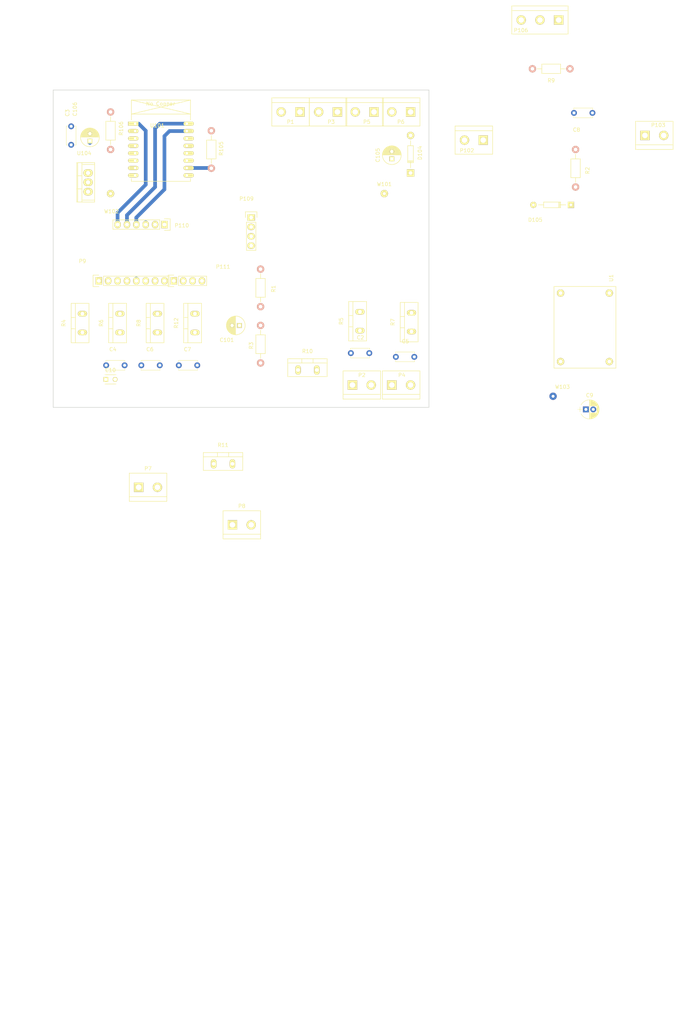
<source format=kicad_pcb>
(kicad_pcb (version 4) (host pcbnew 4.0.2+dfsg1-stable)

  (general
    (links 93)
    (no_connects 89)
    (area 88.524999 43.524999 190.475001 129.575001)
    (thickness 1.6)
    (drawings 18)
    (tracks 25)
    (zones 0)
    (modules 49)
    (nets 35)
  )

  (page A4)
  (layers
    (0 F.Cu signal)
    (31 B.Cu signal)
    (32 B.Adhes user)
    (33 F.Adhes user)
    (34 B.Paste user)
    (35 F.Paste user)
    (36 B.SilkS user)
    (37 F.SilkS user)
    (38 B.Mask user)
    (39 F.Mask user)
    (40 Dwgs.User user)
    (41 Cmts.User user)
    (42 Eco1.User user)
    (43 Eco2.User user)
    (44 Edge.Cuts user)
    (45 Margin user)
    (46 B.CrtYd user)
    (47 F.CrtYd user)
    (48 B.Fab user)
    (49 F.Fab user)
  )

  (setup
    (last_trace_width 0.25)
    (user_trace_width 0.4)
    (user_trace_width 0.6)
    (user_trace_width 0.8)
    (user_trace_width 1)
    (user_trace_width 1.2)
    (trace_clearance 0.25)
    (zone_clearance 0.508)
    (zone_45_only yes)
    (trace_min 0)
    (segment_width 0.2)
    (edge_width 0.15)
    (via_size 0.6)
    (via_drill 0.4)
    (via_min_size 0)
    (via_min_drill 0.3)
    (user_via 1.9 1)
    (uvia_size 0.3)
    (uvia_drill 0.1)
    (uvias_allowed no)
    (uvia_min_size 0)
    (uvia_min_drill 0.1)
    (pcb_text_width 0.3)
    (pcb_text_size 1.5 1.5)
    (mod_edge_width 0.15)
    (mod_text_size 1 1)
    (mod_text_width 0.15)
    (pad_size 2 2)
    (pad_drill 1)
    (pad_to_mask_clearance 0.2)
    (aux_axis_origin 0 0)
    (visible_elements FFFFFF7F)
    (pcbplotparams
      (layerselection 0x01060_80000000)
      (usegerberextensions false)
      (excludeedgelayer true)
      (linewidth 0.100000)
      (plotframeref false)
      (viasonmask false)
      (mode 1)
      (useauxorigin false)
      (hpglpennumber 1)
      (hpglpenspeed 20)
      (hpglpendiameter 15)
      (hpglpenoverlay 2)
      (psnegative false)
      (psa4output false)
      (plotreference true)
      (plotvalue true)
      (plotinvisibletext false)
      (padsonsilk false)
      (subtractmaskfromsilk false)
      (outputformat 1)
      (mirror false)
      (drillshape 0)
      (scaleselection 1)
      (outputdirectory gerber/))
  )

  (net 0 "")
  (net 1 GND)
  (net 2 /e_rx)
  (net 3 /e_tx)
  (net 4 /e_adc)
  (net 5 /e_cpd)
  (net 6 /e_g16)
  (net 7 /e_g14)
  (net 8 /e_g12)
  (net 9 /e_g13)
  (net 10 /e_g15)
  (net 11 /e_g02)
  (net 12 /e_g00)
  (net 13 /e_g04)
  (net 14 /e_g05)
  (net 15 /Ves_3V3)
  (net 16 /Var_8V)
  (net 17 /Vpc_5V)
  (net 18 /18b20)
  (net 19 "Net-(P111-Pad2)")
  (net 20 /e_rst)
  (net 21 /caudal_1)
  (net 22 "Net-(D104-Pad2)")
  (net 23 /Ref_medida)
  (net 24 /intensidad_2)
  (net 25 /intensidad_8)
  (net 26 /intensidad_3)
  (net 27 /intensidad_4)
  (net 28 /intensidad_1)
  (net 29 /intensidad_7)
  (net 30 "Net-(D105-Pad1)")
  (net 31 "Net-(P110-Pad2)")
  (net 32 /Vmp_12V)
  (net 33 /intensidad_6)
  (net 34 /intensidad_5)

  (net_class Default "This is the default net class."
    (clearance 0.25)
    (trace_width 0.25)
    (via_dia 0.6)
    (via_drill 0.4)
    (uvia_dia 0.3)
    (uvia_drill 0.1)
    (add_net /18b20)
    (add_net /Ref_medida)
    (add_net /Var_8V)
    (add_net /Ves_3V3)
    (add_net /Vmp_12V)
    (add_net /Vpc_5V)
    (add_net /caudal_1)
    (add_net /e_adc)
    (add_net /e_cpd)
    (add_net /e_g00)
    (add_net /e_g02)
    (add_net /e_g04)
    (add_net /e_g05)
    (add_net /e_g12)
    (add_net /e_g13)
    (add_net /e_g14)
    (add_net /e_g15)
    (add_net /e_g16)
    (add_net /e_rst)
    (add_net /e_rx)
    (add_net /e_tx)
    (add_net /intensidad_1)
    (add_net /intensidad_2)
    (add_net /intensidad_3)
    (add_net /intensidad_4)
    (add_net /intensidad_5)
    (add_net /intensidad_6)
    (add_net /intensidad_7)
    (add_net /intensidad_8)
    (add_net GND)
    (add_net "Net-(D104-Pad2)")
    (add_net "Net-(D105-Pad1)")
    (add_net "Net-(P110-Pad2)")
    (add_net "Net-(P111-Pad2)")
  )

  (module Connect:bornier2 (layer F.Cu) (tedit 5A0E8D27) (tstamp 59AE43CF)
    (at 182.88 49.53 180)
    (descr "Bornier d'alimentation 2 pins")
    (tags DEV)
    (path /59AD5981)
    (fp_text reference P6 (at 0.084 -2.696 180) (layer F.SilkS)
      (effects (font (size 1 1) (thickness 0.15)))
    )
    (fp_text value PINZA_4 (at 0.338 4.67 180) (layer F.Fab)
      (effects (font (size 1 1) (thickness 0.15)))
    )
    (fp_line (start 5.08 2.54) (end -5.08 2.54) (layer F.SilkS) (width 0.15))
    (fp_line (start 5.08 3.81) (end 5.08 -3.81) (layer F.SilkS) (width 0.15))
    (fp_line (start 5.08 -3.81) (end -5.08 -3.81) (layer F.SilkS) (width 0.15))
    (fp_line (start -5.08 -3.81) (end -5.08 3.81) (layer F.SilkS) (width 0.15))
    (fp_line (start -5.08 3.81) (end 5.08 3.81) (layer F.SilkS) (width 0.15))
    (pad 1 thru_hole rect (at -2.54 0 180) (size 2.54 2.54) (drill 1.524) (layers *.Cu *.Mask F.SilkS)
      (net 27 /intensidad_4))
    (pad 2 thru_hole circle (at 2.54 0 180) (size 2.54 2.54) (drill 1.524) (layers *.Cu *.Mask F.SilkS)
      (net 23 /Ref_medida))
    (model Connect.3dshapes/bornier2.wrl
      (at (xyz 0 0 0))
      (scale (xyz 1 1 1))
      (rotate (xyz 0 0 0))
    )
  )

  (module Capacitors_THT:C_Disc_D5.0mm_W2.5mm_P5.00mm (layer F.Cu) (tedit 5A0D5648) (tstamp 59B115A2)
    (at 127.635 118.11 180)
    (descr "C, Disc series, Radial, pin pitch=5.00mm, , diameter*width=5*2.5mm^2, Capacitor, http://cdn-reichelt.de/documents/datenblatt/B300/DS_KERKO_TC.pdf")
    (tags "C Disc series Radial pin pitch 5.00mm  diameter 5mm width 2.5mm Capacitor")
    (path /59AD598D)
    (fp_text reference C7 (at 2.667 4.318 180) (layer F.SilkS)
      (effects (font (size 1 1) (thickness 0.15)))
    )
    (fp_text value 100nF (at 3.175 2.794 180) (layer F.Fab)
      (effects (font (size 1 1) (thickness 0.15)))
    )
    (fp_line (start 0 -1.25) (end 0 1.25) (layer F.Fab) (width 0.1))
    (fp_line (start 0 1.25) (end 5 1.25) (layer F.Fab) (width 0.1))
    (fp_line (start 5 1.25) (end 5 -1.25) (layer F.Fab) (width 0.1))
    (fp_line (start 5 -1.25) (end 0 -1.25) (layer F.Fab) (width 0.1))
    (fp_line (start -0.06 -1.31) (end 5.06 -1.31) (layer F.SilkS) (width 0.12))
    (fp_line (start -0.06 1.31) (end 5.06 1.31) (layer F.SilkS) (width 0.12))
    (fp_line (start -0.06 -1.31) (end -0.06 -0.996) (layer F.SilkS) (width 0.12))
    (fp_line (start -0.06 0.996) (end -0.06 1.31) (layer F.SilkS) (width 0.12))
    (fp_line (start 5.06 -1.31) (end 5.06 -0.996) (layer F.SilkS) (width 0.12))
    (fp_line (start 5.06 0.996) (end 5.06 1.31) (layer F.SilkS) (width 0.12))
    (fp_line (start -1.05 -1.6) (end -1.05 1.6) (layer F.CrtYd) (width 0.05))
    (fp_line (start -1.05 1.6) (end 6.05 1.6) (layer F.CrtYd) (width 0.05))
    (fp_line (start 6.05 1.6) (end 6.05 -1.6) (layer F.CrtYd) (width 0.05))
    (fp_line (start 6.05 -1.6) (end -1.05 -1.6) (layer F.CrtYd) (width 0.05))
    (fp_text user %R (at 2.5 0 180) (layer F.Fab)
      (effects (font (size 1 1) (thickness 0.15)))
    )
    (pad 1 thru_hole circle (at 0 0 180) (size 1.6 1.6) (drill 0.8) (layers *.Cu *.Mask)
      (net 23 /Ref_medida))
    (pad 2 thru_hole circle (at 5 0 180) (size 1.6 1.6) (drill 0.8) (layers *.Cu *.Mask)
      (net 27 /intensidad_4))
    (model ${KISYS3DMOD}/Capacitors_THT.3dshapes/C_Disc_D5.0mm_W2.5mm_P5.00mm.wrl
      (at (xyz 0 0 0))
      (scale (xyz 1 1 1))
      (rotate (xyz 0 0 0))
    )
  )

  (module oscar_libreria_huellas:MP-1584-SD (layer F.Cu) (tedit 5A0D542A) (tstamp 5A0D3FDD)
    (at 232.664 107.696 270)
    (descr "Through hole pin header")
    (tags "pin header")
    (path /5A0D478C)
    (fp_text reference U1 (at -13.208 -7.112 270) (layer F.SilkS)
      (effects (font (size 1 1) (thickness 0.15)))
    )
    (fp_text value mp-1584 (at 0.254 -0.254 270) (layer F.Fab)
      (effects (font (size 1 1) (thickness 0.15)))
    )
    (fp_line (start 11.176 -8.382) (end 11.176 8.382) (layer F.SilkS) (width 0.15))
    (fp_line (start 11.176 8.382) (end -10.922 8.382) (layer F.SilkS) (width 0.15))
    (fp_line (start -10.922 8.382) (end -10.922 -8.382) (layer F.SilkS) (width 0.15))
    (fp_line (start -10.922 -8.382) (end 11.176 -8.382) (layer F.SilkS) (width 0.15))
    (pad 3 thru_hole circle (at 9.398 6.604 270) (size 2 2) (drill 1) (layers *.Cu *.Mask F.SilkS)
      (net 16 /Var_8V))
    (pad 4 thru_hole circle (at 9.398 -6.604 270) (size 2 2) (drill 1) (layers *.Cu *.Mask F.SilkS)
      (net 1 GND))
    (pad 2 thru_hole circle (at -9.144 6.604 270) (size 2 2) (drill 1) (layers *.Cu *.Mask F.SilkS)
      (net 32 /Vmp_12V))
    (pad 1 thru_hole circle (at -9.144 -6.604 270) (size 2 2) (drill 1) (layers *.Cu *.Mask F.SilkS)
      (net 1 GND))
    (model Pin_Headers.3dshapes/Pin_Header_Straight_1x08.wrl
      (at (xyz 0 -0.35 0))
      (scale (xyz 1 1 1))
      (rotate (xyz 0 0 90))
    )
  )

  (module Connect:bornier2 (layer F.Cu) (tedit 5A0E8D32) (tstamp 59AE43C3)
    (at 182.88 123.444)
    (descr "Bornier d'alimentation 2 pins")
    (tags DEV)
    (path /59AD6243)
    (fp_text reference P4 (at 0.168 -2.696) (layer F.SilkS)
      (effects (font (size 1 1) (thickness 0.15)))
    )
    (fp_text value PINZA_8 (at -0.086 4.67) (layer F.Fab)
      (effects (font (size 1 1) (thickness 0.15)))
    )
    (fp_line (start 5.08 2.54) (end -5.08 2.54) (layer F.SilkS) (width 0.15))
    (fp_line (start 5.08 3.81) (end 5.08 -3.81) (layer F.SilkS) (width 0.15))
    (fp_line (start 5.08 -3.81) (end -5.08 -3.81) (layer F.SilkS) (width 0.15))
    (fp_line (start -5.08 -3.81) (end -5.08 3.81) (layer F.SilkS) (width 0.15))
    (fp_line (start -5.08 3.81) (end 5.08 3.81) (layer F.SilkS) (width 0.15))
    (pad 1 thru_hole rect (at -2.54 0) (size 2.54 2.54) (drill 1.524) (layers *.Cu *.Mask F.SilkS)
      (net 25 /intensidad_8))
    (pad 2 thru_hole circle (at 2.54 0) (size 2.54 2.54) (drill 1.524) (layers *.Cu *.Mask F.SilkS)
      (net 23 /Ref_medida))
    (model Connect.3dshapes/bornier2.wrl
      (at (xyz 0 0 0))
      (scale (xyz 1 1 1))
      (rotate (xyz 0 0 0))
    )
  )

  (module Connect:bornier2 (layer F.Cu) (tedit 5A0E8CEA) (tstamp 58A16E62)
    (at 202.565 57.15 180)
    (descr "Bornier d'alimentation 2 pins")
    (tags DEV)
    (path /5872AC26)
    (fp_text reference P102 (at 1.884 -2.824 180) (layer F.SilkS)
      (effects (font (size 1 1) (thickness 0.15)))
    )
    (fp_text value CAUDAL_1 (at -0.148 4.542 180) (layer F.Fab)
      (effects (font (size 1 1) (thickness 0.15)))
    )
    (fp_line (start 5.08 2.54) (end -5.08 2.54) (layer F.SilkS) (width 0.15))
    (fp_line (start 5.08 3.81) (end 5.08 -3.81) (layer F.SilkS) (width 0.15))
    (fp_line (start 5.08 -3.81) (end -5.08 -3.81) (layer F.SilkS) (width 0.15))
    (fp_line (start -5.08 -3.81) (end -5.08 3.81) (layer F.SilkS) (width 0.15))
    (fp_line (start -5.08 3.81) (end 5.08 3.81) (layer F.SilkS) (width 0.15))
    (pad 1 thru_hole rect (at -2.54 0 180) (size 2.54 2.54) (drill 1.524) (layers *.Cu *.Mask F.SilkS)
      (net 21 /caudal_1))
    (pad 2 thru_hole circle (at 2.54 0 180) (size 2.54 2.54) (drill 1.524) (layers *.Cu *.Mask F.SilkS)
      (net 1 GND))
    (model Connect.3dshapes/bornier2.wrl
      (at (xyz 0 0 0))
      (scale (xyz 1 1 1))
      (rotate (xyz 0 0 0))
    )
  )

  (module Connect:bornier2 (layer F.Cu) (tedit 5A0E8D4E) (tstamp 58A16E68)
    (at 251.46 55.88)
    (descr "Bornier d'alimentation 2 pins")
    (tags DEV)
    (path /5872A04E)
    (fp_text reference P103 (at 1.061 -2.799) (layer F.SilkS)
      (effects (font (size 1 1) (thickness 0.15)))
    )
    (fp_text value V_IN (at -0.209 4.567) (layer F.Fab)
      (effects (font (size 1 1) (thickness 0.15)))
    )
    (fp_line (start 5.08 2.54) (end -5.08 2.54) (layer F.SilkS) (width 0.15))
    (fp_line (start 5.08 3.81) (end 5.08 -3.81) (layer F.SilkS) (width 0.15))
    (fp_line (start 5.08 -3.81) (end -5.08 -3.81) (layer F.SilkS) (width 0.15))
    (fp_line (start -5.08 -3.81) (end -5.08 3.81) (layer F.SilkS) (width 0.15))
    (fp_line (start -5.08 3.81) (end 5.08 3.81) (layer F.SilkS) (width 0.15))
    (pad 1 thru_hole rect (at -2.54 0) (size 2.54 2.54) (drill 1.524) (layers *.Cu *.Mask F.SilkS)
      (net 22 "Net-(D104-Pad2)"))
    (pad 2 thru_hole circle (at 2.54 0) (size 2.54 2.54) (drill 1.524) (layers *.Cu *.Mask F.SilkS)
      (net 1 GND))
    (model Connect.3dshapes/bornier2.wrl
      (at (xyz 0 0 0))
      (scale (xyz 1 1 1))
      (rotate (xyz 0 0 0))
    )
  )

  (module Connect:bornier3 (layer F.Cu) (tedit 5A0E8CE5) (tstamp 58A16E7B)
    (at 220.472 24.638 180)
    (descr "Bornier d'alimentation 3 pins")
    (tags DEV)
    (path /58A06006)
    (fp_text reference P106 (at 5.132 -2.799 180) (layer F.SilkS)
      (effects (font (size 1 1) (thickness 0.15)))
    )
    (fp_text value 18b20 (at -0.964 4.567 180) (layer F.Fab)
      (effects (font (size 1 1) (thickness 0.15)))
    )
    (fp_line (start -7.62 3.81) (end -7.62 -3.81) (layer F.SilkS) (width 0.15))
    (fp_line (start 7.62 3.81) (end 7.62 -3.81) (layer F.SilkS) (width 0.15))
    (fp_line (start -7.62 2.54) (end 7.62 2.54) (layer F.SilkS) (width 0.15))
    (fp_line (start -7.62 -3.81) (end 7.62 -3.81) (layer F.SilkS) (width 0.15))
    (fp_line (start -7.62 3.81) (end 7.62 3.81) (layer F.SilkS) (width 0.15))
    (pad 1 thru_hole rect (at -5.08 0 180) (size 2.54 2.54) (drill 1.524) (layers *.Cu *.Mask F.SilkS)
      (net 17 /Vpc_5V))
    (pad 2 thru_hole circle (at 0 0 180) (size 2.54 2.54) (drill 1.524) (layers *.Cu *.Mask F.SilkS)
      (net 18 /18b20))
    (pad 3 thru_hole circle (at 5.08 0 180) (size 2.54 2.54) (drill 1.524) (layers *.Cu *.Mask F.SilkS)
      (net 1 GND))
    (model Connect.3dshapes/bornier3.wrl
      (at (xyz 0 0 0))
      (scale (xyz 1 1 1))
      (rotate (xyz 0 0 0))
    )
  )

  (module Pin_Headers:Pin_Header_Straight_1x04 (layer F.Cu) (tedit 5A0D5355) (tstamp 58A99AB7)
    (at 121.285 95.25 90)
    (descr "Through hole pin header")
    (tags "pin header")
    (path /58A94F3F)
    (fp_text reference P111 (at 3.81 13.335 180) (layer F.SilkS)
      (effects (font (size 1 1) (thickness 0.15)))
    )
    (fp_text value ARD_ALI_04 (at 2.286 15.875 180) (layer F.Fab)
      (effects (font (size 1 1) (thickness 0.15)))
    )
    (fp_line (start -1.75 -1.75) (end -1.75 9.4) (layer F.CrtYd) (width 0.05))
    (fp_line (start 1.75 -1.75) (end 1.75 9.4) (layer F.CrtYd) (width 0.05))
    (fp_line (start -1.75 -1.75) (end 1.75 -1.75) (layer F.CrtYd) (width 0.05))
    (fp_line (start -1.75 9.4) (end 1.75 9.4) (layer F.CrtYd) (width 0.05))
    (fp_line (start -1.27 1.27) (end -1.27 8.89) (layer F.SilkS) (width 0.15))
    (fp_line (start 1.27 1.27) (end 1.27 8.89) (layer F.SilkS) (width 0.15))
    (fp_line (start 1.55 -1.55) (end 1.55 0) (layer F.SilkS) (width 0.15))
    (fp_line (start -1.27 8.89) (end 1.27 8.89) (layer F.SilkS) (width 0.15))
    (fp_line (start 1.27 1.27) (end -1.27 1.27) (layer F.SilkS) (width 0.15))
    (fp_line (start -1.55 0) (end -1.55 -1.55) (layer F.SilkS) (width 0.15))
    (fp_line (start -1.55 -1.55) (end 1.55 -1.55) (layer F.SilkS) (width 0.15))
    (pad 1 thru_hole rect (at 0 0 90) (size 2.032 1.7272) (drill 1.016) (layers *.Cu *.Mask F.SilkS)
      (net 17 /Vpc_5V))
    (pad 2 thru_hole oval (at 0 2.54 90) (size 2.032 1.7272) (drill 1.016) (layers *.Cu *.Mask F.SilkS)
      (net 19 "Net-(P111-Pad2)"))
    (pad 3 thru_hole oval (at 0 5.08 90) (size 2.032 1.7272) (drill 1.016) (layers *.Cu *.Mask F.SilkS)
      (net 1 GND))
    (pad 4 thru_hole oval (at 0 7.62 90) (size 2.032 1.7272) (drill 1.016) (layers *.Cu *.Mask F.SilkS)
      (net 16 /Var_8V))
    (model Pin_Headers.3dshapes/Pin_Header_Straight_1x04.wrl
      (at (xyz 0 -0.15 0))
      (scale (xyz 1 1 1))
      (rotate (xyz 0 0 90))
    )
  )

  (module oscar_libreria_huellas:TO-220-LM117 (layer F.Cu) (tedit 5A0D52F7) (tstamp 58C1B8C4)
    (at 98.044 68.58 90)
    (descr "Non Isolated JEDEC TO-220 Package")
    (tags "Power Integration YN Package")
    (path /58723FF5)
    (fp_text reference U104 (at 7.884 -1.056 180) (layer F.SilkS)
      (effects (font (size 1 1) (thickness 0.15)))
    )
    (fp_text value LM1117 (at 6.36 -0.04 360) (layer F.Fab)
      (effects (font (size 1 1) (thickness 0.15)))
    )
    (fp_line (start 4.826 -1.651) (end 4.826 1.778) (layer F.SilkS) (width 0.15))
    (fp_line (start -4.826 -1.651) (end -4.826 1.778) (layer F.SilkS) (width 0.15))
    (fp_line (start 5.334 -2.794) (end -5.334 -2.794) (layer F.SilkS) (width 0.15))
    (fp_line (start 1.778 -1.778) (end 1.778 -3.048) (layer F.SilkS) (width 0.15))
    (fp_line (start -1.778 -1.778) (end -1.778 -3.048) (layer F.SilkS) (width 0.15))
    (fp_line (start -5.334 -1.651) (end 5.334 -1.651) (layer F.SilkS) (width 0.15))
    (fp_line (start 5.334 1.778) (end -5.334 1.778) (layer F.SilkS) (width 0.15))
    (fp_line (start -5.334 -3.048) (end -5.334 1.778) (layer F.SilkS) (width 0.15))
    (fp_line (start 5.334 -3.048) (end 5.334 1.778) (layer F.SilkS) (width 0.15))
    (fp_line (start 5.334 -3.048) (end -5.334 -3.048) (layer F.SilkS) (width 0.15))
    (pad VO thru_hole oval (at 0 0 90) (size 2.032 2.54) (drill 1.143) (layers *.Cu *.Mask F.SilkS)
      (net 15 /Ves_3V3))
    (pad GND thru_hole oval (at 2.54 0 90) (size 2.032 2.54) (drill 1.143) (layers *.Cu *.Mask F.SilkS)
      (net 1 GND))
    (pad VI thru_hole oval (at -2.54 0 90) (size 2.032 2.54) (drill 1.143) (layers *.Cu *.Mask F.SilkS)
      (net 16 /Var_8V))
  )

  (module oscar_libreria_huellas:ESP-07v2_pad (layer F.Cu) (tedit 591C09BB) (tstamp 591C1BCC)
    (at 110.8 52.7)
    (descr "Module, ESP-8266, ESP-07v2, 16 pad, SMD")
    (tags "Module ESP-8266 ESP8266")
    (path /584C1CED)
    (fp_text reference U101 (at 6 0.5) (layer F.SilkS)
      (effects (font (size 1 1) (thickness 0.15)))
    )
    (fp_text value ESP-12 (at 7.25 2.25) (layer F.Fab)
      (effects (font (size 1 1) (thickness 0.15)))
    )
    (fp_line (start -2.25 -0.5) (end -2.25 -6.65) (layer F.CrtYd) (width 0.05))
    (fp_line (start -2.25 -6.65) (end 16.25 -6.65) (layer F.CrtYd) (width 0.05))
    (fp_line (start 16.25 -6.65) (end 16.25 16) (layer F.CrtYd) (width 0.05))
    (fp_line (start 16.25 16) (end -2.25 16) (layer F.CrtYd) (width 0.05))
    (fp_line (start -2.25 16) (end -2.25 -0.5) (layer F.CrtYd) (width 0.05))
    (fp_line (start -1 -6.4) (end 15 -6.4) (layer F.SilkS) (width 0.1524))
    (fp_line (start 15 -6.4) (end 15 -1) (layer F.SilkS) (width 0.1524))
    (fp_line (start -1 -6.4) (end -1 -1) (layer F.SilkS) (width 0.1524))
    (fp_line (start -1 14.8) (end -1 15.6) (layer F.SilkS) (width 0.1524))
    (fp_line (start -1 15.6) (end 15 15.6) (layer F.SilkS) (width 0.1524))
    (fp_line (start 15 15.6) (end 15 14.8) (layer F.SilkS) (width 0.1524))
    (fp_line (start 15 -6.4) (end -1 -2.6) (layer F.SilkS) (width 0.1524))
    (fp_line (start -1 -6.4) (end 15 -2.6) (layer F.SilkS) (width 0.1524))
    (fp_text user "No Copper" (at 6.892 -5.4) (layer F.SilkS)
      (effects (font (size 1 1) (thickness 0.15)))
    )
    (fp_line (start -1.008 -2.6) (end 14.992 -2.6) (layer F.SilkS) (width 0.1524))
    (fp_line (start 15 -6.4) (end 15 15.6) (layer F.Fab) (width 0.05))
    (fp_line (start 15 15.6) (end -1 15.6) (layer F.Fab) (width 0.05))
    (fp_line (start -1.008 15.6) (end -1.008 -6.4) (layer F.Fab) (width 0.05))
    (fp_line (start -1 -6.4) (end 15 -6.4) (layer F.Fab) (width 0.05))
    (pad 1 thru_hole rect (at 0 0) (size 2.8 1.1) (drill 0.65 (offset -0.5 0)) (layers *.Cu *.Mask F.SilkS)
      (net 20 /e_rst))
    (pad 2 thru_hole oval (at 0 2) (size 2.8 1.1) (drill 0.65 (offset -0.5 0)) (layers *.Cu *.Mask F.SilkS)
      (net 4 /e_adc))
    (pad 3 thru_hole oval (at 0 4) (size 2.8 1.1) (drill 0.65 (offset -0.5 0)) (layers *.Cu *.Mask F.SilkS)
      (net 5 /e_cpd))
    (pad 4 thru_hole oval (at 0 6) (size 2.8 1.1) (drill 0.65 (offset -0.5 0)) (layers *.Cu *.Mask F.SilkS)
      (net 6 /e_g16))
    (pad 5 thru_hole oval (at 0 8) (size 2.8 1.1) (drill 0.65 (offset -0.5 0)) (layers *.Cu *.Mask F.SilkS)
      (net 7 /e_g14))
    (pad 6 thru_hole oval (at 0 10) (size 2.8 1.1) (drill 0.65 (offset -0.5 0)) (layers *.Cu *.Mask F.SilkS)
      (net 8 /e_g12))
    (pad 7 thru_hole oval (at 0 12) (size 2.8 1.1) (drill 0.65 (offset -0.5 0)) (layers *.Cu *.Mask F.SilkS)
      (net 9 /e_g13))
    (pad 8 thru_hole oval (at 0 14) (size 2.8 1.1) (drill 0.65 (offset -0.5 0)) (layers *.Cu *.Mask F.SilkS)
      (net 15 /Ves_3V3))
    (pad 9 thru_hole oval (at 14 14) (size 2.8 1.1) (drill 0.65 (offset 0.5 0)) (layers *.Cu *.Mask F.SilkS)
      (net 1 GND))
    (pad 10 thru_hole oval (at 14 12) (size 2.8 1.1) (drill 0.65 (offset 0.5 0)) (layers *.Cu *.Mask F.SilkS)
      (net 10 /e_g15))
    (pad 11 thru_hole oval (at 14 10) (size 2.8 1.1) (drill 0.65 (offset 0.5 0)) (layers *.Cu *.Mask F.SilkS)
      (net 11 /e_g02))
    (pad 12 thru_hole oval (at 14 8) (size 2.8 1.1) (drill 0.65 (offset 0.5 0)) (layers *.Cu *.Mask F.SilkS)
      (net 12 /e_g00))
    (pad 13 thru_hole oval (at 14 6) (size 2.8 1.1) (drill 0.65 (offset 0.5 0)) (layers *.Cu *.Mask F.SilkS)
      (net 13 /e_g04))
    (pad 14 thru_hole oval (at 14 4) (size 2.8 1.1) (drill 0.65 (offset 0.5 0)) (layers *.Cu *.Mask F.SilkS)
      (net 14 /e_g05))
    (pad 15 thru_hole oval (at 14 2) (size 2.8 1.1) (drill 0.65 (offset 0.5 0)) (layers *.Cu *.Mask F.SilkS)
      (net 2 /e_rx))
    (pad 16 thru_hole oval (at 14 0) (size 2.8 1.1) (drill 0.65 (offset 0.5 0)) (layers *.Cu *.Mask F.SilkS)
      (net 3 /e_tx))
    (model ${ESPLIB}/ESP8266.3dshapes/ESP-07v2.wrl
      (at (xyz 0 0 0))
      (scale (xyz 0.3937 0.3937 0.3937))
      (rotate (xyz 0 0 0))
    )
  )

  (module Capacitors_ThroughHole:C_Radial_D5_L11_P2 (layer F.Cu) (tedit 5A0D5497) (tstamp 59AE437B)
    (at 139.065 107.315 180)
    (descr "Radial Electrolytic Capacitor 5mm x Length 11mm, Pitch 2mm")
    (tags "Electrolytic Capacitor")
    (path /59AD144A)
    (fp_text reference C101 (at 3.429 -3.937 180) (layer F.SilkS)
      (effects (font (size 1 1) (thickness 0.15)))
    )
    (fp_text value 22uF (at 1 3.8 180) (layer F.Fab)
      (effects (font (size 1 1) (thickness 0.15)))
    )
    (fp_line (start 1.075 -2.499) (end 1.075 2.499) (layer F.SilkS) (width 0.15))
    (fp_line (start 1.215 -2.491) (end 1.215 -0.154) (layer F.SilkS) (width 0.15))
    (fp_line (start 1.215 0.154) (end 1.215 2.491) (layer F.SilkS) (width 0.15))
    (fp_line (start 1.355 -2.475) (end 1.355 -0.473) (layer F.SilkS) (width 0.15))
    (fp_line (start 1.355 0.473) (end 1.355 2.475) (layer F.SilkS) (width 0.15))
    (fp_line (start 1.495 -2.451) (end 1.495 -0.62) (layer F.SilkS) (width 0.15))
    (fp_line (start 1.495 0.62) (end 1.495 2.451) (layer F.SilkS) (width 0.15))
    (fp_line (start 1.635 -2.418) (end 1.635 -0.712) (layer F.SilkS) (width 0.15))
    (fp_line (start 1.635 0.712) (end 1.635 2.418) (layer F.SilkS) (width 0.15))
    (fp_line (start 1.775 -2.377) (end 1.775 -0.768) (layer F.SilkS) (width 0.15))
    (fp_line (start 1.775 0.768) (end 1.775 2.377) (layer F.SilkS) (width 0.15))
    (fp_line (start 1.915 -2.327) (end 1.915 -0.795) (layer F.SilkS) (width 0.15))
    (fp_line (start 1.915 0.795) (end 1.915 2.327) (layer F.SilkS) (width 0.15))
    (fp_line (start 2.055 -2.266) (end 2.055 -0.798) (layer F.SilkS) (width 0.15))
    (fp_line (start 2.055 0.798) (end 2.055 2.266) (layer F.SilkS) (width 0.15))
    (fp_line (start 2.195 -2.196) (end 2.195 -0.776) (layer F.SilkS) (width 0.15))
    (fp_line (start 2.195 0.776) (end 2.195 2.196) (layer F.SilkS) (width 0.15))
    (fp_line (start 2.335 -2.114) (end 2.335 -0.726) (layer F.SilkS) (width 0.15))
    (fp_line (start 2.335 0.726) (end 2.335 2.114) (layer F.SilkS) (width 0.15))
    (fp_line (start 2.475 -2.019) (end 2.475 -0.644) (layer F.SilkS) (width 0.15))
    (fp_line (start 2.475 0.644) (end 2.475 2.019) (layer F.SilkS) (width 0.15))
    (fp_line (start 2.615 -1.908) (end 2.615 -0.512) (layer F.SilkS) (width 0.15))
    (fp_line (start 2.615 0.512) (end 2.615 1.908) (layer F.SilkS) (width 0.15))
    (fp_line (start 2.755 -1.78) (end 2.755 -0.265) (layer F.SilkS) (width 0.15))
    (fp_line (start 2.755 0.265) (end 2.755 1.78) (layer F.SilkS) (width 0.15))
    (fp_line (start 2.895 -1.631) (end 2.895 1.631) (layer F.SilkS) (width 0.15))
    (fp_line (start 3.035 -1.452) (end 3.035 1.452) (layer F.SilkS) (width 0.15))
    (fp_line (start 3.175 -1.233) (end 3.175 1.233) (layer F.SilkS) (width 0.15))
    (fp_line (start 3.315 -0.944) (end 3.315 0.944) (layer F.SilkS) (width 0.15))
    (fp_line (start 3.455 -0.472) (end 3.455 0.472) (layer F.SilkS) (width 0.15))
    (fp_circle (center 2 0) (end 2 -0.8) (layer F.SilkS) (width 0.15))
    (fp_circle (center 1 0) (end 1 -2.5375) (layer F.SilkS) (width 0.15))
    (fp_circle (center 1 0) (end 1 -2.8) (layer F.CrtYd) (width 0.05))
    (pad 1 thru_hole rect (at 0 0 180) (size 1.3 1.3) (drill 0.8) (layers *.Cu *.Mask F.SilkS)
      (net 23 /Ref_medida))
    (pad 2 thru_hole circle (at 2 0 180) (size 1.3 1.3) (drill 0.8) (layers *.Cu *.Mask F.SilkS)
      (net 1 GND))
    (model Capacitors_ThroughHole.3dshapes/C_Radial_D5_L11_P2.wrl
      (at (xyz 0 0 0))
      (scale (xyz 1 1 1))
      (rotate (xyz 0 0 0))
    )
  )

  (module Capacitors_ThroughHole:C_Radial_D5_L11_P2 (layer F.Cu) (tedit 0) (tstamp 59AE4393)
    (at 180.34 62.23 90)
    (descr "Radial Electrolytic Capacitor 5mm x Length 11mm, Pitch 2mm")
    (tags "Electrolytic Capacitor")
    (path /58A1D1FB)
    (fp_text reference C105 (at 1 -3.8 90) (layer F.SilkS)
      (effects (font (size 1 1) (thickness 0.15)))
    )
    (fp_text value 220uF (at 1 3.8 90) (layer F.Fab)
      (effects (font (size 1 1) (thickness 0.15)))
    )
    (fp_line (start 1.075 -2.499) (end 1.075 2.499) (layer F.SilkS) (width 0.15))
    (fp_line (start 1.215 -2.491) (end 1.215 -0.154) (layer F.SilkS) (width 0.15))
    (fp_line (start 1.215 0.154) (end 1.215 2.491) (layer F.SilkS) (width 0.15))
    (fp_line (start 1.355 -2.475) (end 1.355 -0.473) (layer F.SilkS) (width 0.15))
    (fp_line (start 1.355 0.473) (end 1.355 2.475) (layer F.SilkS) (width 0.15))
    (fp_line (start 1.495 -2.451) (end 1.495 -0.62) (layer F.SilkS) (width 0.15))
    (fp_line (start 1.495 0.62) (end 1.495 2.451) (layer F.SilkS) (width 0.15))
    (fp_line (start 1.635 -2.418) (end 1.635 -0.712) (layer F.SilkS) (width 0.15))
    (fp_line (start 1.635 0.712) (end 1.635 2.418) (layer F.SilkS) (width 0.15))
    (fp_line (start 1.775 -2.377) (end 1.775 -0.768) (layer F.SilkS) (width 0.15))
    (fp_line (start 1.775 0.768) (end 1.775 2.377) (layer F.SilkS) (width 0.15))
    (fp_line (start 1.915 -2.327) (end 1.915 -0.795) (layer F.SilkS) (width 0.15))
    (fp_line (start 1.915 0.795) (end 1.915 2.327) (layer F.SilkS) (width 0.15))
    (fp_line (start 2.055 -2.266) (end 2.055 -0.798) (layer F.SilkS) (width 0.15))
    (fp_line (start 2.055 0.798) (end 2.055 2.266) (layer F.SilkS) (width 0.15))
    (fp_line (start 2.195 -2.196) (end 2.195 -0.776) (layer F.SilkS) (width 0.15))
    (fp_line (start 2.195 0.776) (end 2.195 2.196) (layer F.SilkS) (width 0.15))
    (fp_line (start 2.335 -2.114) (end 2.335 -0.726) (layer F.SilkS) (width 0.15))
    (fp_line (start 2.335 0.726) (end 2.335 2.114) (layer F.SilkS) (width 0.15))
    (fp_line (start 2.475 -2.019) (end 2.475 -0.644) (layer F.SilkS) (width 0.15))
    (fp_line (start 2.475 0.644) (end 2.475 2.019) (layer F.SilkS) (width 0.15))
    (fp_line (start 2.615 -1.908) (end 2.615 -0.512) (layer F.SilkS) (width 0.15))
    (fp_line (start 2.615 0.512) (end 2.615 1.908) (layer F.SilkS) (width 0.15))
    (fp_line (start 2.755 -1.78) (end 2.755 -0.265) (layer F.SilkS) (width 0.15))
    (fp_line (start 2.755 0.265) (end 2.755 1.78) (layer F.SilkS) (width 0.15))
    (fp_line (start 2.895 -1.631) (end 2.895 1.631) (layer F.SilkS) (width 0.15))
    (fp_line (start 3.035 -1.452) (end 3.035 1.452) (layer F.SilkS) (width 0.15))
    (fp_line (start 3.175 -1.233) (end 3.175 1.233) (layer F.SilkS) (width 0.15))
    (fp_line (start 3.315 -0.944) (end 3.315 0.944) (layer F.SilkS) (width 0.15))
    (fp_line (start 3.455 -0.472) (end 3.455 0.472) (layer F.SilkS) (width 0.15))
    (fp_circle (center 2 0) (end 2 -0.8) (layer F.SilkS) (width 0.15))
    (fp_circle (center 1 0) (end 1 -2.5375) (layer F.SilkS) (width 0.15))
    (fp_circle (center 1 0) (end 1 -2.8) (layer F.CrtYd) (width 0.05))
    (pad 1 thru_hole rect (at 0 0 90) (size 1.3 1.3) (drill 0.8) (layers *.Cu *.Mask F.SilkS)
      (net 32 /Vmp_12V))
    (pad 2 thru_hole circle (at 2 0 90) (size 1.3 1.3) (drill 0.8) (layers *.Cu *.Mask F.SilkS)
      (net 1 GND))
    (model Capacitors_ThroughHole.3dshapes/C_Radial_D5_L11_P2.wrl
      (at (xyz 0 0 0))
      (scale (xyz 1 1 1))
      (rotate (xyz 0 0 0))
    )
  )

  (module Capacitors_ThroughHole:C_Radial_D5_L11_P2 (layer F.Cu) (tedit 5A0E8BF2) (tstamp 59AE4399)
    (at 98.552 57.404 90)
    (descr "Radial Electrolytic Capacitor 5mm x Length 11mm, Pitch 2mm")
    (tags "Electrolytic Capacitor")
    (path /58A1C097)
    (fp_text reference C106 (at 8.636 -4.064 90) (layer F.SilkS)
      (effects (font (size 1 1) (thickness 0.15)))
    )
    (fp_text value 22uF (at 6.096 2.032 90) (layer F.Fab)
      (effects (font (size 1 1) (thickness 0.15)))
    )
    (fp_line (start 1.075 -2.499) (end 1.075 2.499) (layer F.SilkS) (width 0.15))
    (fp_line (start 1.215 -2.491) (end 1.215 -0.154) (layer F.SilkS) (width 0.15))
    (fp_line (start 1.215 0.154) (end 1.215 2.491) (layer F.SilkS) (width 0.15))
    (fp_line (start 1.355 -2.475) (end 1.355 -0.473) (layer F.SilkS) (width 0.15))
    (fp_line (start 1.355 0.473) (end 1.355 2.475) (layer F.SilkS) (width 0.15))
    (fp_line (start 1.495 -2.451) (end 1.495 -0.62) (layer F.SilkS) (width 0.15))
    (fp_line (start 1.495 0.62) (end 1.495 2.451) (layer F.SilkS) (width 0.15))
    (fp_line (start 1.635 -2.418) (end 1.635 -0.712) (layer F.SilkS) (width 0.15))
    (fp_line (start 1.635 0.712) (end 1.635 2.418) (layer F.SilkS) (width 0.15))
    (fp_line (start 1.775 -2.377) (end 1.775 -0.768) (layer F.SilkS) (width 0.15))
    (fp_line (start 1.775 0.768) (end 1.775 2.377) (layer F.SilkS) (width 0.15))
    (fp_line (start 1.915 -2.327) (end 1.915 -0.795) (layer F.SilkS) (width 0.15))
    (fp_line (start 1.915 0.795) (end 1.915 2.327) (layer F.SilkS) (width 0.15))
    (fp_line (start 2.055 -2.266) (end 2.055 -0.798) (layer F.SilkS) (width 0.15))
    (fp_line (start 2.055 0.798) (end 2.055 2.266) (layer F.SilkS) (width 0.15))
    (fp_line (start 2.195 -2.196) (end 2.195 -0.776) (layer F.SilkS) (width 0.15))
    (fp_line (start 2.195 0.776) (end 2.195 2.196) (layer F.SilkS) (width 0.15))
    (fp_line (start 2.335 -2.114) (end 2.335 -0.726) (layer F.SilkS) (width 0.15))
    (fp_line (start 2.335 0.726) (end 2.335 2.114) (layer F.SilkS) (width 0.15))
    (fp_line (start 2.475 -2.019) (end 2.475 -0.644) (layer F.SilkS) (width 0.15))
    (fp_line (start 2.475 0.644) (end 2.475 2.019) (layer F.SilkS) (width 0.15))
    (fp_line (start 2.615 -1.908) (end 2.615 -0.512) (layer F.SilkS) (width 0.15))
    (fp_line (start 2.615 0.512) (end 2.615 1.908) (layer F.SilkS) (width 0.15))
    (fp_line (start 2.755 -1.78) (end 2.755 -0.265) (layer F.SilkS) (width 0.15))
    (fp_line (start 2.755 0.265) (end 2.755 1.78) (layer F.SilkS) (width 0.15))
    (fp_line (start 2.895 -1.631) (end 2.895 1.631) (layer F.SilkS) (width 0.15))
    (fp_line (start 3.035 -1.452) (end 3.035 1.452) (layer F.SilkS) (width 0.15))
    (fp_line (start 3.175 -1.233) (end 3.175 1.233) (layer F.SilkS) (width 0.15))
    (fp_line (start 3.315 -0.944) (end 3.315 0.944) (layer F.SilkS) (width 0.15))
    (fp_line (start 3.455 -0.472) (end 3.455 0.472) (layer F.SilkS) (width 0.15))
    (fp_circle (center 2 0) (end 2 -0.8) (layer F.SilkS) (width 0.15))
    (fp_circle (center 1 0) (end 1 -2.5375) (layer F.SilkS) (width 0.15))
    (fp_circle (center 1 0) (end 1 -2.8) (layer F.CrtYd) (width 0.05))
    (pad 1 thru_hole rect (at 0 0 90) (size 1.3 1.3) (drill 0.8) (layers *.Cu *.Mask F.SilkS)
      (net 15 /Ves_3V3))
    (pad 2 thru_hole circle (at 2 0 90) (size 1.3 1.3) (drill 0.8) (layers *.Cu *.Mask F.SilkS)
      (net 1 GND))
    (model Capacitors_ThroughHole.3dshapes/C_Radial_D5_L11_P2.wrl
      (at (xyz 0 0 0))
      (scale (xyz 1 1 1))
      (rotate (xyz 0 0 0))
    )
  )

  (module Diodes_ThroughHole:Diode_DO-35_SOD27_Horizontal_RM10 (layer F.Cu) (tedit 5A0D4C42) (tstamp 59AE43A5)
    (at 185.42 66.04 90)
    (descr "Diode, DO-35,  SOD27, Horizontal, RM 10mm")
    (tags "Diode, DO-35, SOD27, Horizontal, RM 10mm, 1N4148,")
    (path /58AA185E)
    (fp_text reference D104 (at 5.43052 2.53746 90) (layer F.SilkS)
      (effects (font (size 1 1) (thickness 0.15)))
    )
    (fp_text value 1N4007 (at 4.41452 -3.55854 90) (layer F.Fab)
      (effects (font (size 1 1) (thickness 0.15)))
    )
    (fp_line (start 7.36652 -0.00254) (end 8.76352 -0.00254) (layer F.SilkS) (width 0.15))
    (fp_line (start 2.92152 -0.00254) (end 1.39752 -0.00254) (layer F.SilkS) (width 0.15))
    (fp_line (start 3.30252 -0.76454) (end 3.30252 0.75946) (layer F.SilkS) (width 0.15))
    (fp_line (start 3.04852 -0.76454) (end 3.04852 0.75946) (layer F.SilkS) (width 0.15))
    (fp_line (start 2.79452 -0.00254) (end 2.79452 0.75946) (layer F.SilkS) (width 0.15))
    (fp_line (start 2.79452 0.75946) (end 7.36652 0.75946) (layer F.SilkS) (width 0.15))
    (fp_line (start 7.36652 0.75946) (end 7.36652 -0.76454) (layer F.SilkS) (width 0.15))
    (fp_line (start 7.36652 -0.76454) (end 2.79452 -0.76454) (layer F.SilkS) (width 0.15))
    (fp_line (start 2.79452 -0.76454) (end 2.79452 -0.00254) (layer F.SilkS) (width 0.15))
    (pad 2 thru_hole circle (at 10.16052 -0.00254 270) (size 2 2) (drill 1) (layers *.Cu *.Mask F.SilkS)
      (net 22 "Net-(D104-Pad2)"))
    (pad 1 thru_hole rect (at 0.00052 -0.00254 270) (size 2 2) (drill 1) (layers *.Cu *.Mask F.SilkS)
      (net 32 /Vmp_12V))
    (model Diodes_ThroughHole.3dshapes/Diode_DO-35_SOD27_Horizontal_RM10.wrl
      (at (xyz 0.2 0 0))
      (scale (xyz 0.4 0.4 0.4))
      (rotate (xyz 0 0 180))
    )
  )

  (module Diodes_ThroughHole:Diode_DO-35_SOD27_Horizontal_RM10 (layer F.Cu) (tedit 5A0D5389) (tstamp 59AE43AB)
    (at 228.854 74.676 180)
    (descr "Diode, DO-35,  SOD27, Horizontal, RM 10mm")
    (tags "Diode, DO-35, SOD27, Horizontal, RM 10mm, 1N4148,")
    (path /58AE9BB6)
    (fp_text reference D105 (at 9.652 -4.064 180) (layer F.SilkS)
      (effects (font (size 1 1) (thickness 0.15)))
    )
    (fp_text value 1N4007 (at 8.636 -2.54 180) (layer F.Fab)
      (effects (font (size 1 1) (thickness 0.15)))
    )
    (fp_line (start 7.36652 -0.00254) (end 8.76352 -0.00254) (layer F.SilkS) (width 0.15))
    (fp_line (start 2.92152 -0.00254) (end 1.39752 -0.00254) (layer F.SilkS) (width 0.15))
    (fp_line (start 3.30252 -0.76454) (end 3.30252 0.75946) (layer F.SilkS) (width 0.15))
    (fp_line (start 3.04852 -0.76454) (end 3.04852 0.75946) (layer F.SilkS) (width 0.15))
    (fp_line (start 2.79452 -0.00254) (end 2.79452 0.75946) (layer F.SilkS) (width 0.15))
    (fp_line (start 2.79452 0.75946) (end 7.36652 0.75946) (layer F.SilkS) (width 0.15))
    (fp_line (start 7.36652 0.75946) (end 7.36652 -0.76454) (layer F.SilkS) (width 0.15))
    (fp_line (start 7.36652 -0.76454) (end 2.79452 -0.76454) (layer F.SilkS) (width 0.15))
    (fp_line (start 2.79452 -0.76454) (end 2.79452 -0.00254) (layer F.SilkS) (width 0.15))
    (pad 2 thru_hole circle (at 10.16052 -0.00254) (size 1.69926 1.69926) (drill 0.70104) (layers *.Cu *.Mask F.SilkS)
      (net 17 /Vpc_5V))
    (pad 1 thru_hole rect (at 0.00052 -0.00254) (size 1.69926 1.69926) (drill 0.70104) (layers *.Cu *.Mask F.SilkS)
      (net 30 "Net-(D105-Pad1)"))
    (model Diodes_ThroughHole.3dshapes/Diode_DO-35_SOD27_Horizontal_RM10.wrl
      (at (xyz 0.2 0 0))
      (scale (xyz 0.4 0.4 0.4))
      (rotate (xyz 0 0 180))
    )
  )

  (module Connect:bornier2 (layer F.Cu) (tedit 5A0E8CFD) (tstamp 59AE43B1)
    (at 152.908 49.53 180)
    (descr "Bornier d'alimentation 2 pins")
    (tags DEV)
    (path /59AD216F)
    (fp_text reference P1 (at 0.012 -2.696 180) (layer F.SilkS)
      (effects (font (size 1 1) (thickness 0.15)))
    )
    (fp_text value PINZA_1 (at 0.012 4.67 180) (layer F.Fab)
      (effects (font (size 1 1) (thickness 0.15)))
    )
    (fp_line (start 5.08 2.54) (end -5.08 2.54) (layer F.SilkS) (width 0.15))
    (fp_line (start 5.08 3.81) (end 5.08 -3.81) (layer F.SilkS) (width 0.15))
    (fp_line (start 5.08 -3.81) (end -5.08 -3.81) (layer F.SilkS) (width 0.15))
    (fp_line (start -5.08 -3.81) (end -5.08 3.81) (layer F.SilkS) (width 0.15))
    (fp_line (start -5.08 3.81) (end 5.08 3.81) (layer F.SilkS) (width 0.15))
    (pad 1 thru_hole rect (at -2.54 0 180) (size 2.54 2.54) (drill 1.524) (layers *.Cu *.Mask F.SilkS)
      (net 28 /intensidad_1))
    (pad 2 thru_hole circle (at 2.54 0 180) (size 2.54 2.54) (drill 1.524) (layers *.Cu *.Mask F.SilkS)
      (net 23 /Ref_medida))
    (model Connect.3dshapes/bornier2.wrl
      (at (xyz 0 0 0))
      (scale (xyz 1 1 1))
      (rotate (xyz 0 0 0))
    )
  )

  (module Connect:bornier2 (layer F.Cu) (tedit 5A0E8D2D) (tstamp 59AE43B7)
    (at 172.212 123.444)
    (descr "Bornier d'alimentation 2 pins")
    (tags DEV)
    (path /59AD6230)
    (fp_text reference P2 (at 0.008 -2.696) (layer F.SilkS)
      (effects (font (size 1 1) (thickness 0.15)))
    )
    (fp_text value PINZA_7 (at 0.262 4.67) (layer F.Fab)
      (effects (font (size 1 1) (thickness 0.15)))
    )
    (fp_line (start 5.08 2.54) (end -5.08 2.54) (layer F.SilkS) (width 0.15))
    (fp_line (start 5.08 3.81) (end 5.08 -3.81) (layer F.SilkS) (width 0.15))
    (fp_line (start 5.08 -3.81) (end -5.08 -3.81) (layer F.SilkS) (width 0.15))
    (fp_line (start -5.08 -3.81) (end -5.08 3.81) (layer F.SilkS) (width 0.15))
    (fp_line (start -5.08 3.81) (end 5.08 3.81) (layer F.SilkS) (width 0.15))
    (pad 1 thru_hole rect (at -2.54 0) (size 2.54 2.54) (drill 1.524) (layers *.Cu *.Mask F.SilkS)
      (net 29 /intensidad_7))
    (pad 2 thru_hole circle (at 2.54 0) (size 2.54 2.54) (drill 1.524) (layers *.Cu *.Mask F.SilkS)
      (net 23 /Ref_medida))
    (model Connect.3dshapes/bornier2.wrl
      (at (xyz 0 0 0))
      (scale (xyz 1 1 1))
      (rotate (xyz 0 0 0))
    )
  )

  (module Connect:bornier2 (layer F.Cu) (tedit 5A0E8CF4) (tstamp 59AE43BD)
    (at 163.068 49.53 180)
    (descr "Bornier d'alimentation 2 pins")
    (tags DEV)
    (path /59AD4A85)
    (fp_text reference P3 (at -0.844 -2.696 180) (layer F.SilkS)
      (effects (font (size 1 1) (thickness 0.15)))
    )
    (fp_text value PINZA_2 (at -0.082 4.67 180) (layer F.Fab)
      (effects (font (size 1 1) (thickness 0.15)))
    )
    (fp_line (start 5.08 2.54) (end -5.08 2.54) (layer F.SilkS) (width 0.15))
    (fp_line (start 5.08 3.81) (end 5.08 -3.81) (layer F.SilkS) (width 0.15))
    (fp_line (start 5.08 -3.81) (end -5.08 -3.81) (layer F.SilkS) (width 0.15))
    (fp_line (start -5.08 -3.81) (end -5.08 3.81) (layer F.SilkS) (width 0.15))
    (fp_line (start -5.08 3.81) (end 5.08 3.81) (layer F.SilkS) (width 0.15))
    (pad 1 thru_hole rect (at -2.54 0 180) (size 2.54 2.54) (drill 1.524) (layers *.Cu *.Mask F.SilkS)
      (net 24 /intensidad_2))
    (pad 2 thru_hole circle (at 2.54 0 180) (size 2.54 2.54) (drill 1.524) (layers *.Cu *.Mask F.SilkS)
      (net 23 /Ref_medida))
    (model Connect.3dshapes/bornier2.wrl
      (at (xyz 0 0 0))
      (scale (xyz 1 1 1))
      (rotate (xyz 0 0 0))
    )
  )

  (module Connect:bornier2 (layer F.Cu) (tedit 5A0E8CF7) (tstamp 59AE43C9)
    (at 172.974 49.53 180)
    (descr "Bornier d'alimentation 2 pins")
    (tags DEV)
    (path /59AD51AC)
    (fp_text reference P5 (at -0.584 -2.696 180) (layer F.SilkS)
      (effects (font (size 1 1) (thickness 0.15)))
    )
    (fp_text value PINZA_3 (at -0.076 4.67 180) (layer F.Fab)
      (effects (font (size 1 1) (thickness 0.15)))
    )
    (fp_line (start 5.08 2.54) (end -5.08 2.54) (layer F.SilkS) (width 0.15))
    (fp_line (start 5.08 3.81) (end 5.08 -3.81) (layer F.SilkS) (width 0.15))
    (fp_line (start 5.08 -3.81) (end -5.08 -3.81) (layer F.SilkS) (width 0.15))
    (fp_line (start -5.08 -3.81) (end -5.08 3.81) (layer F.SilkS) (width 0.15))
    (fp_line (start -5.08 3.81) (end 5.08 3.81) (layer F.SilkS) (width 0.15))
    (pad 1 thru_hole rect (at -2.54 0 180) (size 2.54 2.54) (drill 1.524) (layers *.Cu *.Mask F.SilkS)
      (net 26 /intensidad_3))
    (pad 2 thru_hole circle (at 2.54 0 180) (size 2.54 2.54) (drill 1.524) (layers *.Cu *.Mask F.SilkS)
      (net 23 /Ref_medida))
    (model Connect.3dshapes/bornier2.wrl
      (at (xyz 0 0 0))
      (scale (xyz 1 1 1))
      (rotate (xyz 0 0 0))
    )
  )

  (module Pin_Headers:Pin_Header_Straight_1x08 (layer F.Cu) (tedit 5A0D5368) (tstamp 59AE43E7)
    (at 100.965 95.25 90)
    (descr "Through hole pin header")
    (tags "pin header")
    (path /59AD1EA9)
    (fp_text reference P9 (at 5.334 -4.445 180) (layer F.SilkS)
      (effects (font (size 1 1) (thickness 0.15)))
    )
    (fp_text value INTENSIDAD (at 3.302 -1.397 180) (layer F.Fab)
      (effects (font (size 1 1) (thickness 0.15)))
    )
    (fp_line (start -1.75 -1.75) (end -1.75 19.55) (layer F.CrtYd) (width 0.05))
    (fp_line (start 1.75 -1.75) (end 1.75 19.55) (layer F.CrtYd) (width 0.05))
    (fp_line (start -1.75 -1.75) (end 1.75 -1.75) (layer F.CrtYd) (width 0.05))
    (fp_line (start -1.75 19.55) (end 1.75 19.55) (layer F.CrtYd) (width 0.05))
    (fp_line (start 1.27 1.27) (end 1.27 19.05) (layer F.SilkS) (width 0.15))
    (fp_line (start 1.27 19.05) (end -1.27 19.05) (layer F.SilkS) (width 0.15))
    (fp_line (start -1.27 19.05) (end -1.27 1.27) (layer F.SilkS) (width 0.15))
    (fp_line (start 1.55 -1.55) (end 1.55 0) (layer F.SilkS) (width 0.15))
    (fp_line (start 1.27 1.27) (end -1.27 1.27) (layer F.SilkS) (width 0.15))
    (fp_line (start -1.55 0) (end -1.55 -1.55) (layer F.SilkS) (width 0.15))
    (fp_line (start -1.55 -1.55) (end 1.55 -1.55) (layer F.SilkS) (width 0.15))
    (pad 1 thru_hole rect (at 0 0 90) (size 2.032 1.7272) (drill 1.016) (layers *.Cu *.Mask F.SilkS)
      (net 28 /intensidad_1))
    (pad 2 thru_hole oval (at 0 2.54 90) (size 2.032 1.7272) (drill 1.016) (layers *.Cu *.Mask F.SilkS)
      (net 24 /intensidad_2))
    (pad 3 thru_hole oval (at 0 5.08 90) (size 2.032 1.7272) (drill 1.016) (layers *.Cu *.Mask F.SilkS)
      (net 26 /intensidad_3))
    (pad 4 thru_hole oval (at 0 7.62 90) (size 2.032 1.7272) (drill 1.016) (layers *.Cu *.Mask F.SilkS)
      (net 27 /intensidad_4))
    (pad 5 thru_hole oval (at 0 10.16 90) (size 2.032 1.7272) (drill 1.016) (layers *.Cu *.Mask F.SilkS)
      (net 34 /intensidad_5))
    (pad 6 thru_hole oval (at 0 12.7 90) (size 2.032 1.7272) (drill 1.016) (layers *.Cu *.Mask F.SilkS)
      (net 33 /intensidad_6))
    (pad 7 thru_hole oval (at 0 15.24 90) (size 2.032 1.7272) (drill 1.016) (layers *.Cu *.Mask F.SilkS)
      (net 29 /intensidad_7))
    (pad 8 thru_hole oval (at 0 17.78 90) (size 2.032 1.7272) (drill 1.016) (layers *.Cu *.Mask F.SilkS)
      (net 25 /intensidad_8))
    (model Pin_Headers.3dshapes/Pin_Header_Straight_1x08.wrl
      (at (xyz 0 -0.35 0))
      (scale (xyz 1 1 1))
      (rotate (xyz 0 0 90))
    )
  )

  (module Pin_Headers:Pin_Header_Straight_1x04 (layer F.Cu) (tedit 59AFBAB3) (tstamp 59AE43FD)
    (at 142.24 78.105)
    (descr "Through hole pin header")
    (tags "pin header")
    (path /58A175A1)
    (fp_text reference P109 (at -1.27 -5.08) (layer F.SilkS)
      (effects (font (size 1 1) (thickness 0.15)))
    )
    (fp_text value LCD_I2C (at 0 -3.1) (layer F.Fab)
      (effects (font (size 1 1) (thickness 0.15)))
    )
    (fp_line (start -1.75 -1.75) (end -1.75 9.4) (layer F.CrtYd) (width 0.05))
    (fp_line (start 1.75 -1.75) (end 1.75 9.4) (layer F.CrtYd) (width 0.05))
    (fp_line (start -1.75 -1.75) (end 1.75 -1.75) (layer F.CrtYd) (width 0.05))
    (fp_line (start -1.75 9.4) (end 1.75 9.4) (layer F.CrtYd) (width 0.05))
    (fp_line (start -1.27 1.27) (end -1.27 8.89) (layer F.SilkS) (width 0.15))
    (fp_line (start 1.27 1.27) (end 1.27 8.89) (layer F.SilkS) (width 0.15))
    (fp_line (start 1.55 -1.55) (end 1.55 0) (layer F.SilkS) (width 0.15))
    (fp_line (start -1.27 8.89) (end 1.27 8.89) (layer F.SilkS) (width 0.15))
    (fp_line (start 1.27 1.27) (end -1.27 1.27) (layer F.SilkS) (width 0.15))
    (fp_line (start -1.55 0) (end -1.55 -1.55) (layer F.SilkS) (width 0.15))
    (fp_line (start -1.55 -1.55) (end 1.55 -1.55) (layer F.SilkS) (width 0.15))
    (pad 1 thru_hole rect (at 0 0) (size 2.032 1.7272) (drill 1.016) (layers *.Cu *.Mask F.SilkS)
      (net 34 /intensidad_5))
    (pad 2 thru_hole oval (at 0 2.54) (size 2.032 1.7272) (drill 1.016) (layers *.Cu *.Mask F.SilkS)
      (net 33 /intensidad_6))
    (pad 3 thru_hole oval (at 0 5.08) (size 2.032 1.7272) (drill 1.016) (layers *.Cu *.Mask F.SilkS)
      (net 17 /Vpc_5V))
    (pad 4 thru_hole oval (at 0 7.62) (size 2.032 1.7272) (drill 1.016) (layers *.Cu *.Mask F.SilkS)
      (net 1 GND))
    (model Pin_Headers.3dshapes/Pin_Header_Straight_1x04.wrl
      (at (xyz 0 -0.15 0))
      (scale (xyz 1 1 1))
      (rotate (xyz 0 0 90))
    )
  )

  (module Pin_Headers:Pin_Header_Straight_1x06 (layer F.Cu) (tedit 5A0D5326) (tstamp 59AE4407)
    (at 118.745 80.01 270)
    (descr "Through hole pin header")
    (tags "pin header")
    (path /58A96AF9)
    (fp_text reference P110 (at 0.254 -4.699 360) (layer F.SilkS)
      (effects (font (size 1 1) (thickness 0.15)))
    )
    (fp_text value ARD_DI_06 (at -1.27 -6.731 360) (layer F.Fab)
      (effects (font (size 1 1) (thickness 0.15)))
    )
    (fp_line (start -1.75 -1.75) (end -1.75 14.45) (layer F.CrtYd) (width 0.05))
    (fp_line (start 1.75 -1.75) (end 1.75 14.45) (layer F.CrtYd) (width 0.05))
    (fp_line (start -1.75 -1.75) (end 1.75 -1.75) (layer F.CrtYd) (width 0.05))
    (fp_line (start -1.75 14.45) (end 1.75 14.45) (layer F.CrtYd) (width 0.05))
    (fp_line (start 1.27 1.27) (end 1.27 13.97) (layer F.SilkS) (width 0.15))
    (fp_line (start 1.27 13.97) (end -1.27 13.97) (layer F.SilkS) (width 0.15))
    (fp_line (start -1.27 13.97) (end -1.27 1.27) (layer F.SilkS) (width 0.15))
    (fp_line (start 1.55 -1.55) (end 1.55 0) (layer F.SilkS) (width 0.15))
    (fp_line (start 1.27 1.27) (end -1.27 1.27) (layer F.SilkS) (width 0.15))
    (fp_line (start -1.55 0) (end -1.55 -1.55) (layer F.SilkS) (width 0.15))
    (fp_line (start -1.55 -1.55) (end 1.55 -1.55) (layer F.SilkS) (width 0.15))
    (pad 1 thru_hole rect (at 0 0 270) (size 2.032 1.7272) (drill 1.016) (layers *.Cu *.Mask F.SilkS)
      (net 21 /caudal_1))
    (pad 2 thru_hole oval (at 0 2.54 270) (size 2.032 1.7272) (drill 1.016) (layers *.Cu *.Mask F.SilkS)
      (net 31 "Net-(P110-Pad2)"))
    (pad 3 thru_hole oval (at 0 5.08 270) (size 2.032 1.7272) (drill 1.016) (layers *.Cu *.Mask F.SilkS)
      (net 18 /18b20))
    (pad 4 thru_hole oval (at 0 7.62 270) (size 2.032 1.7272) (drill 1.016) (layers *.Cu *.Mask F.SilkS)
      (net 2 /e_rx))
    (pad 5 thru_hole oval (at 0 10.16 270) (size 2.032 1.7272) (drill 1.016) (layers *.Cu *.Mask F.SilkS)
      (net 3 /e_tx))
    (pad 6 thru_hole oval (at 0 12.7 270) (size 2.032 1.7272) (drill 1.016) (layers *.Cu *.Mask F.SilkS)
      (net 20 /e_rst))
    (model Pin_Headers.3dshapes/Pin_Header_Straight_1x06.wrl
      (at (xyz 0 -0.25 0))
      (scale (xyz 1 1 1))
      (rotate (xyz 0 0 90))
    )
  )

  (module Resistors_ThroughHole:Resistor_Horizontal_RM10mm (layer F.Cu) (tedit 59AFDD34) (tstamp 59AE440D)
    (at 144.78 92.075 270)
    (descr "Resistor, Axial,  RM 10mm, 1/3W")
    (tags "Resistor Axial RM 10mm 1/3W")
    (path /59AD1449)
    (fp_text reference R1 (at 5.32892 -3.50012 270) (layer F.SilkS)
      (effects (font (size 1 1) (thickness 0.15)))
    )
    (fp_text value 10K (at 5 0 270) (layer F.Fab)
      (effects (font (size 1 1) (thickness 0.15)))
    )
    (fp_line (start -1.25 -1.5) (end 11.4 -1.5) (layer F.CrtYd) (width 0.05))
    (fp_line (start -1.25 1.5) (end -1.25 -1.5) (layer F.CrtYd) (width 0.05))
    (fp_line (start 11.4 -1.5) (end 11.4 1.5) (layer F.CrtYd) (width 0.05))
    (fp_line (start -1.25 1.5) (end 11.4 1.5) (layer F.CrtYd) (width 0.05))
    (fp_line (start 2.54 -1.27) (end 7.62 -1.27) (layer F.SilkS) (width 0.15))
    (fp_line (start 7.62 -1.27) (end 7.62 1.27) (layer F.SilkS) (width 0.15))
    (fp_line (start 7.62 1.27) (end 2.54 1.27) (layer F.SilkS) (width 0.15))
    (fp_line (start 2.54 1.27) (end 2.54 -1.27) (layer F.SilkS) (width 0.15))
    (fp_line (start 2.54 0) (end 1.27 0) (layer F.SilkS) (width 0.15))
    (fp_line (start 7.62 0) (end 8.89 0) (layer F.SilkS) (width 0.15))
    (pad 1 thru_hole circle (at 0 0 270) (size 1.99898 1.99898) (drill 1.00076) (layers *.Cu *.SilkS *.Mask)
      (net 17 /Vpc_5V))
    (pad 2 thru_hole circle (at 10.16 0 270) (size 1.99898 1.99898) (drill 1.00076) (layers *.Cu *.SilkS *.Mask)
      (net 23 /Ref_medida))
    (model Resistors_ThroughHole.3dshapes/Resistor_Horizontal_RM10mm.wrl
      (at (xyz 0 0 0))
      (scale (xyz 0.4 0.4 0.4))
      (rotate (xyz 0 0 0))
    )
  )

  (module Resistors_ThroughHole:Resistor_Horizontal_RM10mm (layer F.Cu) (tedit 5A0D5398) (tstamp 59AE4413)
    (at 230.124 69.85 90)
    (descr "Resistor, Axial,  RM 10mm, 1/3W")
    (tags "Resistor Axial RM 10mm 1/3W")
    (path /58501520)
    (fp_text reference R2 (at 4.468 3.244 90) (layer F.SilkS)
      (effects (font (size 1 1) (thickness 0.15)))
    )
    (fp_text value 10K (at 5 0 90) (layer F.Fab)
      (effects (font (size 1 1) (thickness 0.15)))
    )
    (fp_line (start -1.25 -1.5) (end 11.4 -1.5) (layer F.CrtYd) (width 0.05))
    (fp_line (start -1.25 1.5) (end -1.25 -1.5) (layer F.CrtYd) (width 0.05))
    (fp_line (start 11.4 -1.5) (end 11.4 1.5) (layer F.CrtYd) (width 0.05))
    (fp_line (start -1.25 1.5) (end 11.4 1.5) (layer F.CrtYd) (width 0.05))
    (fp_line (start 2.54 -1.27) (end 7.62 -1.27) (layer F.SilkS) (width 0.15))
    (fp_line (start 7.62 -1.27) (end 7.62 1.27) (layer F.SilkS) (width 0.15))
    (fp_line (start 7.62 1.27) (end 2.54 1.27) (layer F.SilkS) (width 0.15))
    (fp_line (start 2.54 1.27) (end 2.54 -1.27) (layer F.SilkS) (width 0.15))
    (fp_line (start 2.54 0) (end 1.27 0) (layer F.SilkS) (width 0.15))
    (fp_line (start 7.62 0) (end 8.89 0) (layer F.SilkS) (width 0.15))
    (pad 1 thru_hole circle (at 0 0 90) (size 1.99898 1.99898) (drill 1.00076) (layers *.Cu *.SilkS *.Mask)
      (net 30 "Net-(D105-Pad1)"))
    (pad 2 thru_hole circle (at 10.16 0 90) (size 1.99898 1.99898) (drill 1.00076) (layers *.Cu *.SilkS *.Mask)
      (net 21 /caudal_1))
    (model Resistors_ThroughHole.3dshapes/Resistor_Horizontal_RM10mm.wrl
      (at (xyz 0 0 0))
      (scale (xyz 0.4 0.4 0.4))
      (rotate (xyz 0 0 0))
    )
  )

  (module Resistors_ThroughHole:Resistor_Horizontal_RM10mm (layer F.Cu) (tedit 5A0D54B5) (tstamp 59AE4419)
    (at 144.78 107.315 270)
    (descr "Resistor, Axial,  RM 10mm, 1/3W")
    (tags "Resistor Axial RM 10mm 1/3W")
    (path /59AD144C)
    (fp_text reference R3 (at 5.461 2.54 270) (layer F.SilkS)
      (effects (font (size 1 1) (thickness 0.15)))
    )
    (fp_text value 10K (at 5 0 270) (layer F.Fab)
      (effects (font (size 1 1) (thickness 0.15)))
    )
    (fp_line (start -1.25 -1.5) (end 11.4 -1.5) (layer F.CrtYd) (width 0.05))
    (fp_line (start -1.25 1.5) (end -1.25 -1.5) (layer F.CrtYd) (width 0.05))
    (fp_line (start 11.4 -1.5) (end 11.4 1.5) (layer F.CrtYd) (width 0.05))
    (fp_line (start -1.25 1.5) (end 11.4 1.5) (layer F.CrtYd) (width 0.05))
    (fp_line (start 2.54 -1.27) (end 7.62 -1.27) (layer F.SilkS) (width 0.15))
    (fp_line (start 7.62 -1.27) (end 7.62 1.27) (layer F.SilkS) (width 0.15))
    (fp_line (start 7.62 1.27) (end 2.54 1.27) (layer F.SilkS) (width 0.15))
    (fp_line (start 2.54 1.27) (end 2.54 -1.27) (layer F.SilkS) (width 0.15))
    (fp_line (start 2.54 0) (end 1.27 0) (layer F.SilkS) (width 0.15))
    (fp_line (start 7.62 0) (end 8.89 0) (layer F.SilkS) (width 0.15))
    (pad 1 thru_hole circle (at 0 0 270) (size 1.99898 1.99898) (drill 1.00076) (layers *.Cu *.SilkS *.Mask)
      (net 23 /Ref_medida))
    (pad 2 thru_hole circle (at 10.16 0 270) (size 1.99898 1.99898) (drill 1.00076) (layers *.Cu *.SilkS *.Mask)
      (net 1 GND))
    (model Resistors_ThroughHole.3dshapes/Resistor_Horizontal_RM10mm.wrl
      (at (xyz 0 0 0))
      (scale (xyz 0.4 0.4 0.4))
      (rotate (xyz 0 0 0))
    )
  )

  (module Resistors_ThroughHole:Resistor_Horizontal_RM10mm (layer F.Cu) (tedit 59AFE16D) (tstamp 59AE443D)
    (at 218.44 37.846)
    (descr "Resistor, Axial,  RM 10mm, 1/3W")
    (tags "Resistor Axial RM 10mm 1/3W")
    (path /58A0503E)
    (fp_text reference R9 (at 5.08 3.175) (layer F.SilkS)
      (effects (font (size 1 1) (thickness 0.15)))
    )
    (fp_text value 2K (at 4.87 -0.15) (layer F.Fab)
      (effects (font (size 1 1) (thickness 0.15)))
    )
    (fp_line (start -1.25 -1.5) (end 11.4 -1.5) (layer F.CrtYd) (width 0.05))
    (fp_line (start -1.25 1.5) (end -1.25 -1.5) (layer F.CrtYd) (width 0.05))
    (fp_line (start 11.4 -1.5) (end 11.4 1.5) (layer F.CrtYd) (width 0.05))
    (fp_line (start -1.25 1.5) (end 11.4 1.5) (layer F.CrtYd) (width 0.05))
    (fp_line (start 2.54 -1.27) (end 7.62 -1.27) (layer F.SilkS) (width 0.15))
    (fp_line (start 7.62 -1.27) (end 7.62 1.27) (layer F.SilkS) (width 0.15))
    (fp_line (start 7.62 1.27) (end 2.54 1.27) (layer F.SilkS) (width 0.15))
    (fp_line (start 2.54 1.27) (end 2.54 -1.27) (layer F.SilkS) (width 0.15))
    (fp_line (start 2.54 0) (end 1.27 0) (layer F.SilkS) (width 0.15))
    (fp_line (start 7.62 0) (end 8.89 0) (layer F.SilkS) (width 0.15))
    (pad 1 thru_hole circle (at 0 0) (size 1.99898 1.99898) (drill 1.00076) (layers *.Cu *.SilkS *.Mask)
      (net 18 /18b20))
    (pad 2 thru_hole circle (at 10.16 0) (size 1.99898 1.99898) (drill 1.00076) (layers *.Cu *.SilkS *.Mask)
      (net 17 /Vpc_5V))
    (model Resistors_ThroughHole.3dshapes/Resistor_Horizontal_RM10mm.wrl
      (at (xyz 0 0 0))
      (scale (xyz 0.4 0.4 0.4))
      (rotate (xyz 0 0 0))
    )
  )

  (module Resistors_ThroughHole:Resistor_Horizontal_RM10mm (layer F.Cu) (tedit 5A0D5333) (tstamp 59AE4455)
    (at 131.445 64.77 90)
    (descr "Resistor, Axial,  RM 10mm, 1/3W")
    (tags "Resistor Axial RM 10mm 1/3W")
    (path /58C1BB06)
    (fp_text reference R105 (at 5.334 2.667 90) (layer F.SilkS)
      (effects (font (size 1 1) (thickness 0.15)))
    )
    (fp_text value 10K (at 5.334 0.127 90) (layer F.Fab)
      (effects (font (size 1 1) (thickness 0.15)))
    )
    (fp_line (start -1.25 -1.5) (end 11.4 -1.5) (layer F.CrtYd) (width 0.05))
    (fp_line (start -1.25 1.5) (end -1.25 -1.5) (layer F.CrtYd) (width 0.05))
    (fp_line (start 11.4 -1.5) (end 11.4 1.5) (layer F.CrtYd) (width 0.05))
    (fp_line (start -1.25 1.5) (end 11.4 1.5) (layer F.CrtYd) (width 0.05))
    (fp_line (start 2.54 -1.27) (end 7.62 -1.27) (layer F.SilkS) (width 0.15))
    (fp_line (start 7.62 -1.27) (end 7.62 1.27) (layer F.SilkS) (width 0.15))
    (fp_line (start 7.62 1.27) (end 2.54 1.27) (layer F.SilkS) (width 0.15))
    (fp_line (start 2.54 1.27) (end 2.54 -1.27) (layer F.SilkS) (width 0.15))
    (fp_line (start 2.54 0) (end 1.27 0) (layer F.SilkS) (width 0.15))
    (fp_line (start 7.62 0) (end 8.89 0) (layer F.SilkS) (width 0.15))
    (pad 1 thru_hole circle (at 0 0 90) (size 1.99898 1.99898) (drill 1.00076) (layers *.Cu *.SilkS *.Mask)
      (net 10 /e_g15))
    (pad 2 thru_hole circle (at 10.16 0 90) (size 1.99898 1.99898) (drill 1.00076) (layers *.Cu *.SilkS *.Mask)
      (net 1 GND))
    (model Resistors_ThroughHole.3dshapes/Resistor_Horizontal_RM10mm.wrl
      (at (xyz 0 0 0))
      (scale (xyz 0.4 0.4 0.4))
      (rotate (xyz 0 0 0))
    )
  )

  (module Resistors_ThroughHole:Resistor_Horizontal_RM10mm (layer F.Cu) (tedit 59AFDCEE) (tstamp 59AE445B)
    (at 104.14 59.69 90)
    (descr "Resistor, Axial,  RM 10mm, 1/3W")
    (tags "Resistor Axial RM 10mm 1/3W")
    (path /58C1AE02)
    (fp_text reference R106 (at 5.69 2.86 270) (layer F.SilkS)
      (effects (font (size 1 1) (thickness 0.15)))
    )
    (fp_text value 10K (at 4.69 -0.14 90) (layer F.Fab)
      (effects (font (size 1 1) (thickness 0.15)))
    )
    (fp_line (start -1.25 -1.5) (end 11.4 -1.5) (layer F.CrtYd) (width 0.05))
    (fp_line (start -1.25 1.5) (end -1.25 -1.5) (layer F.CrtYd) (width 0.05))
    (fp_line (start 11.4 -1.5) (end 11.4 1.5) (layer F.CrtYd) (width 0.05))
    (fp_line (start -1.25 1.5) (end 11.4 1.5) (layer F.CrtYd) (width 0.05))
    (fp_line (start 2.54 -1.27) (end 7.62 -1.27) (layer F.SilkS) (width 0.15))
    (fp_line (start 7.62 -1.27) (end 7.62 1.27) (layer F.SilkS) (width 0.15))
    (fp_line (start 7.62 1.27) (end 2.54 1.27) (layer F.SilkS) (width 0.15))
    (fp_line (start 2.54 1.27) (end 2.54 -1.27) (layer F.SilkS) (width 0.15))
    (fp_line (start 2.54 0) (end 1.27 0) (layer F.SilkS) (width 0.15))
    (fp_line (start 7.62 0) (end 8.89 0) (layer F.SilkS) (width 0.15))
    (pad 1 thru_hole circle (at 0 0 90) (size 1.99898 1.99898) (drill 1.00076) (layers *.Cu *.SilkS *.Mask)
      (net 15 /Ves_3V3))
    (pad 2 thru_hole circle (at 10.16 0 90) (size 1.99898 1.99898) (drill 1.00076) (layers *.Cu *.SilkS *.Mask)
      (net 5 /e_cpd))
    (model Resistors_ThroughHole.3dshapes/Resistor_Horizontal_RM10mm.wrl
      (at (xyz 0 0 0))
      (scale (xyz 0.4 0.4 0.4))
      (rotate (xyz 0 0 0))
    )
  )

  (module Wire_Pads:SolderWirePad_single_0-8mmDrill (layer F.Cu) (tedit 0) (tstamp 59AE4482)
    (at 178.308 71.628)
    (path /58ACA1F0)
    (fp_text reference W101 (at 0 -2.54) (layer F.SilkS)
      (effects (font (size 1 1) (thickness 0.15)))
    )
    (fp_text value +12V (at 0 2.54) (layer F.Fab)
      (effects (font (size 1 1) (thickness 0.15)))
    )
    (pad 1 thru_hole circle (at 0 0) (size 1.99898 1.99898) (drill 0.8001) (layers *.Cu *.Mask F.SilkS)
      (net 32 /Vmp_12V))
  )

  (module Wire_Pads:SolderWirePad_single_0-8mmDrill (layer F.Cu) (tedit 5A0D52D0) (tstamp 59AE4487)
    (at 104.14 71.628)
    (path /58ACA8B9)
    (fp_text reference W102 (at 0.254 4.826) (layer F.SilkS)
      (effects (font (size 1 1) (thickness 0.15)))
    )
    (fp_text value +3,3V (at 0.254 2.794) (layer F.Fab)
      (effects (font (size 1 1) (thickness 0.15)))
    )
    (pad 1 thru_hole circle (at 0 0) (size 1.99898 1.99898) (drill 0.8001) (layers *.Cu *.Mask F.SilkS)
      (net 15 /Ves_3V3))
  )

  (module Capacitors_THT:C_Disc_D5.0mm_W2.5mm_P5.00mm (layer F.Cu) (tedit 5A0D5672) (tstamp 59B11584)
    (at 174.244 114.808 180)
    (descr "C, Disc series, Radial, pin pitch=5.00mm, , diameter*width=5*2.5mm^2, Capacitor, http://cdn-reichelt.de/documents/datenblatt/B300/DS_KERKO_TC.pdf")
    (tags "C Disc series Radial pin pitch 5.00mm  diameter 5mm width 2.5mm Capacitor")
    (path /59AFE386)
    (fp_text reference C2 (at 2.413 4.191 180) (layer F.SilkS)
      (effects (font (size 1 1) (thickness 0.15)))
    )
    (fp_text value 100nF (at 3.429 2.667 180) (layer F.Fab)
      (effects (font (size 1 1) (thickness 0.15)))
    )
    (fp_line (start 0 -1.25) (end 0 1.25) (layer F.Fab) (width 0.1))
    (fp_line (start 0 1.25) (end 5 1.25) (layer F.Fab) (width 0.1))
    (fp_line (start 5 1.25) (end 5 -1.25) (layer F.Fab) (width 0.1))
    (fp_line (start 5 -1.25) (end 0 -1.25) (layer F.Fab) (width 0.1))
    (fp_line (start -0.06 -1.31) (end 5.06 -1.31) (layer F.SilkS) (width 0.12))
    (fp_line (start -0.06 1.31) (end 5.06 1.31) (layer F.SilkS) (width 0.12))
    (fp_line (start -0.06 -1.31) (end -0.06 -0.996) (layer F.SilkS) (width 0.12))
    (fp_line (start -0.06 0.996) (end -0.06 1.31) (layer F.SilkS) (width 0.12))
    (fp_line (start 5.06 -1.31) (end 5.06 -0.996) (layer F.SilkS) (width 0.12))
    (fp_line (start 5.06 0.996) (end 5.06 1.31) (layer F.SilkS) (width 0.12))
    (fp_line (start -1.05 -1.6) (end -1.05 1.6) (layer F.CrtYd) (width 0.05))
    (fp_line (start -1.05 1.6) (end 6.05 1.6) (layer F.CrtYd) (width 0.05))
    (fp_line (start 6.05 1.6) (end 6.05 -1.6) (layer F.CrtYd) (width 0.05))
    (fp_line (start 6.05 -1.6) (end -1.05 -1.6) (layer F.CrtYd) (width 0.05))
    (fp_text user %R (at 2.5 0 180) (layer F.Fab)
      (effects (font (size 1 1) (thickness 0.15)))
    )
    (pad 1 thru_hole circle (at 0 0 180) (size 1.6 1.6) (drill 0.8) (layers *.Cu *.Mask)
      (net 23 /Ref_medida))
    (pad 2 thru_hole circle (at 5 0 180) (size 1.6 1.6) (drill 0.8) (layers *.Cu *.Mask)
      (net 29 /intensidad_7))
    (model ${KISYS3DMOD}/Capacitors_THT.3dshapes/C_Disc_D5.0mm_W2.5mm_P5.00mm.wrl
      (at (xyz 0 0 0))
      (scale (xyz 1 1 1))
      (rotate (xyz 0 0 0))
    )
  )

  (module Capacitors_THT:C_Disc_D5.0mm_W2.5mm_P5.00mm (layer F.Cu) (tedit 5A0E8BEA) (tstamp 59B1158A)
    (at 93.472 58.42 90)
    (descr "C, Disc series, Radial, pin pitch=5.00mm, , diameter*width=5*2.5mm^2, Capacitor, http://cdn-reichelt.de/documents/datenblatt/B300/DS_KERKO_TC.pdf")
    (tags "C Disc series Radial pin pitch 5.00mm  diameter 5mm width 2.5mm Capacitor")
    (path /59B15A84)
    (fp_text reference C3 (at 8.636 -1.016 90) (layer F.SilkS)
      (effects (font (size 1 1) (thickness 0.15)))
    )
    (fp_text value 100nF (at 7.62 5.08 90) (layer F.Fab)
      (effects (font (size 1 1) (thickness 0.15)))
    )
    (fp_line (start 0 -1.25) (end 0 1.25) (layer F.Fab) (width 0.1))
    (fp_line (start 0 1.25) (end 5 1.25) (layer F.Fab) (width 0.1))
    (fp_line (start 5 1.25) (end 5 -1.25) (layer F.Fab) (width 0.1))
    (fp_line (start 5 -1.25) (end 0 -1.25) (layer F.Fab) (width 0.1))
    (fp_line (start -0.06 -1.31) (end 5.06 -1.31) (layer F.SilkS) (width 0.12))
    (fp_line (start -0.06 1.31) (end 5.06 1.31) (layer F.SilkS) (width 0.12))
    (fp_line (start -0.06 -1.31) (end -0.06 -0.996) (layer F.SilkS) (width 0.12))
    (fp_line (start -0.06 0.996) (end -0.06 1.31) (layer F.SilkS) (width 0.12))
    (fp_line (start 5.06 -1.31) (end 5.06 -0.996) (layer F.SilkS) (width 0.12))
    (fp_line (start 5.06 0.996) (end 5.06 1.31) (layer F.SilkS) (width 0.12))
    (fp_line (start -1.05 -1.6) (end -1.05 1.6) (layer F.CrtYd) (width 0.05))
    (fp_line (start -1.05 1.6) (end 6.05 1.6) (layer F.CrtYd) (width 0.05))
    (fp_line (start 6.05 1.6) (end 6.05 -1.6) (layer F.CrtYd) (width 0.05))
    (fp_line (start 6.05 -1.6) (end -1.05 -1.6) (layer F.CrtYd) (width 0.05))
    (fp_text user %R (at 2.5 0 90) (layer F.Fab)
      (effects (font (size 1 1) (thickness 0.15)))
    )
    (pad 1 thru_hole circle (at 0 0 90) (size 1.6 1.6) (drill 0.8) (layers *.Cu *.Mask)
      (net 15 /Ves_3V3))
    (pad 2 thru_hole circle (at 5 0 90) (size 1.6 1.6) (drill 0.8) (layers *.Cu *.Mask)
      (net 1 GND))
    (model ${KISYS3DMOD}/Capacitors_THT.3dshapes/C_Disc_D5.0mm_W2.5mm_P5.00mm.wrl
      (at (xyz 0 0 0))
      (scale (xyz 1 1 1))
      (rotate (xyz 0 0 0))
    )
  )

  (module Capacitors_THT:C_Disc_D5.0mm_W2.5mm_P5.00mm (layer F.Cu) (tedit 5A0D563F) (tstamp 59B11590)
    (at 107.95 118.11 180)
    (descr "C, Disc series, Radial, pin pitch=5.00mm, , diameter*width=5*2.5mm^2, Capacitor, http://cdn-reichelt.de/documents/datenblatt/B300/DS_KERKO_TC.pdf")
    (tags "C Disc series Radial pin pitch 5.00mm  diameter 5mm width 2.5mm Capacitor")
    (path /59AD4A91)
    (fp_text reference C4 (at 3.175 4.318 180) (layer F.SilkS)
      (effects (font (size 1 1) (thickness 0.15)))
    )
    (fp_text value 100nF (at 4.191 3.302 180) (layer F.Fab)
      (effects (font (size 1 1) (thickness 0.15)))
    )
    (fp_line (start 0 -1.25) (end 0 1.25) (layer F.Fab) (width 0.1))
    (fp_line (start 0 1.25) (end 5 1.25) (layer F.Fab) (width 0.1))
    (fp_line (start 5 1.25) (end 5 -1.25) (layer F.Fab) (width 0.1))
    (fp_line (start 5 -1.25) (end 0 -1.25) (layer F.Fab) (width 0.1))
    (fp_line (start -0.06 -1.31) (end 5.06 -1.31) (layer F.SilkS) (width 0.12))
    (fp_line (start -0.06 1.31) (end 5.06 1.31) (layer F.SilkS) (width 0.12))
    (fp_line (start -0.06 -1.31) (end -0.06 -0.996) (layer F.SilkS) (width 0.12))
    (fp_line (start -0.06 0.996) (end -0.06 1.31) (layer F.SilkS) (width 0.12))
    (fp_line (start 5.06 -1.31) (end 5.06 -0.996) (layer F.SilkS) (width 0.12))
    (fp_line (start 5.06 0.996) (end 5.06 1.31) (layer F.SilkS) (width 0.12))
    (fp_line (start -1.05 -1.6) (end -1.05 1.6) (layer F.CrtYd) (width 0.05))
    (fp_line (start -1.05 1.6) (end 6.05 1.6) (layer F.CrtYd) (width 0.05))
    (fp_line (start 6.05 1.6) (end 6.05 -1.6) (layer F.CrtYd) (width 0.05))
    (fp_line (start 6.05 -1.6) (end -1.05 -1.6) (layer F.CrtYd) (width 0.05))
    (fp_text user %R (at 2.5 0 180) (layer F.Fab)
      (effects (font (size 1 1) (thickness 0.15)))
    )
    (pad 1 thru_hole circle (at 0 0 180) (size 1.6 1.6) (drill 0.8) (layers *.Cu *.Mask)
      (net 23 /Ref_medida))
    (pad 2 thru_hole circle (at 5 0 180) (size 1.6 1.6) (drill 0.8) (layers *.Cu *.Mask)
      (net 24 /intensidad_2))
    (model ${KISYS3DMOD}/Capacitors_THT.3dshapes/C_Disc_D5.0mm_W2.5mm_P5.00mm.wrl
      (at (xyz 0 0 0))
      (scale (xyz 1 1 1))
      (rotate (xyz 0 0 0))
    )
  )

  (module Capacitors_THT:C_Disc_D5.0mm_W2.5mm_P5.00mm (layer F.Cu) (tedit 5A0D5675) (tstamp 59B11596)
    (at 186.436 115.824 180)
    (descr "C, Disc series, Radial, pin pitch=5.00mm, , diameter*width=5*2.5mm^2, Capacitor, http://cdn-reichelt.de/documents/datenblatt/B300/DS_KERKO_TC.pdf")
    (tags "C Disc series Radial pin pitch 5.00mm  diameter 5mm width 2.5mm Capacitor")
    (path /59AD624F)
    (fp_text reference C5 (at 2.413 4.191 180) (layer F.SilkS)
      (effects (font (size 1 1) (thickness 0.15)))
    )
    (fp_text value 100nF (at 3.429 2.667 180) (layer F.Fab)
      (effects (font (size 1 1) (thickness 0.15)))
    )
    (fp_line (start 0 -1.25) (end 0 1.25) (layer F.Fab) (width 0.1))
    (fp_line (start 0 1.25) (end 5 1.25) (layer F.Fab) (width 0.1))
    (fp_line (start 5 1.25) (end 5 -1.25) (layer F.Fab) (width 0.1))
    (fp_line (start 5 -1.25) (end 0 -1.25) (layer F.Fab) (width 0.1))
    (fp_line (start -0.06 -1.31) (end 5.06 -1.31) (layer F.SilkS) (width 0.12))
    (fp_line (start -0.06 1.31) (end 5.06 1.31) (layer F.SilkS) (width 0.12))
    (fp_line (start -0.06 -1.31) (end -0.06 -0.996) (layer F.SilkS) (width 0.12))
    (fp_line (start -0.06 0.996) (end -0.06 1.31) (layer F.SilkS) (width 0.12))
    (fp_line (start 5.06 -1.31) (end 5.06 -0.996) (layer F.SilkS) (width 0.12))
    (fp_line (start 5.06 0.996) (end 5.06 1.31) (layer F.SilkS) (width 0.12))
    (fp_line (start -1.05 -1.6) (end -1.05 1.6) (layer F.CrtYd) (width 0.05))
    (fp_line (start -1.05 1.6) (end 6.05 1.6) (layer F.CrtYd) (width 0.05))
    (fp_line (start 6.05 1.6) (end 6.05 -1.6) (layer F.CrtYd) (width 0.05))
    (fp_line (start 6.05 -1.6) (end -1.05 -1.6) (layer F.CrtYd) (width 0.05))
    (fp_text user %R (at 2.5 0 180) (layer F.Fab)
      (effects (font (size 1 1) (thickness 0.15)))
    )
    (pad 1 thru_hole circle (at 0 0 180) (size 1.6 1.6) (drill 0.8) (layers *.Cu *.Mask)
      (net 23 /Ref_medida))
    (pad 2 thru_hole circle (at 5 0 180) (size 1.6 1.6) (drill 0.8) (layers *.Cu *.Mask)
      (net 25 /intensidad_8))
    (model ${KISYS3DMOD}/Capacitors_THT.3dshapes/C_Disc_D5.0mm_W2.5mm_P5.00mm.wrl
      (at (xyz 0 0 0))
      (scale (xyz 1 1 1))
      (rotate (xyz 0 0 0))
    )
  )

  (module Capacitors_THT:C_Disc_D5.0mm_W2.5mm_P5.00mm (layer F.Cu) (tedit 5A0D564B) (tstamp 59B1159C)
    (at 117.475 118.11 180)
    (descr "C, Disc series, Radial, pin pitch=5.00mm, , diameter*width=5*2.5mm^2, Capacitor, http://cdn-reichelt.de/documents/datenblatt/B300/DS_KERKO_TC.pdf")
    (tags "C Disc series Radial pin pitch 5.00mm  diameter 5mm width 2.5mm Capacitor")
    (path /59AD51B8)
    (fp_text reference C6 (at 2.667 4.318 180) (layer F.SilkS)
      (effects (font (size 1 1) (thickness 0.15)))
    )
    (fp_text value 100nF (at 4.191 2.794 180) (layer F.Fab)
      (effects (font (size 1 1) (thickness 0.15)))
    )
    (fp_line (start 0 -1.25) (end 0 1.25) (layer F.Fab) (width 0.1))
    (fp_line (start 0 1.25) (end 5 1.25) (layer F.Fab) (width 0.1))
    (fp_line (start 5 1.25) (end 5 -1.25) (layer F.Fab) (width 0.1))
    (fp_line (start 5 -1.25) (end 0 -1.25) (layer F.Fab) (width 0.1))
    (fp_line (start -0.06 -1.31) (end 5.06 -1.31) (layer F.SilkS) (width 0.12))
    (fp_line (start -0.06 1.31) (end 5.06 1.31) (layer F.SilkS) (width 0.12))
    (fp_line (start -0.06 -1.31) (end -0.06 -0.996) (layer F.SilkS) (width 0.12))
    (fp_line (start -0.06 0.996) (end -0.06 1.31) (layer F.SilkS) (width 0.12))
    (fp_line (start 5.06 -1.31) (end 5.06 -0.996) (layer F.SilkS) (width 0.12))
    (fp_line (start 5.06 0.996) (end 5.06 1.31) (layer F.SilkS) (width 0.12))
    (fp_line (start -1.05 -1.6) (end -1.05 1.6) (layer F.CrtYd) (width 0.05))
    (fp_line (start -1.05 1.6) (end 6.05 1.6) (layer F.CrtYd) (width 0.05))
    (fp_line (start 6.05 1.6) (end 6.05 -1.6) (layer F.CrtYd) (width 0.05))
    (fp_line (start 6.05 -1.6) (end -1.05 -1.6) (layer F.CrtYd) (width 0.05))
    (fp_text user %R (at 2.5 0 180) (layer F.Fab)
      (effects (font (size 1 1) (thickness 0.15)))
    )
    (pad 1 thru_hole circle (at 0 0 180) (size 1.6 1.6) (drill 0.8) (layers *.Cu *.Mask)
      (net 23 /Ref_medida))
    (pad 2 thru_hole circle (at 5 0 180) (size 1.6 1.6) (drill 0.8) (layers *.Cu *.Mask)
      (net 26 /intensidad_3))
    (model ${KISYS3DMOD}/Capacitors_THT.3dshapes/C_Disc_D5.0mm_W2.5mm_P5.00mm.wrl
      (at (xyz 0 0 0))
      (scale (xyz 1 1 1))
      (rotate (xyz 0 0 0))
    )
  )

  (module Capacitors_THT:C_Disc_D5.0mm_W2.5mm_P5.00mm (layer F.Cu) (tedit 5A0E8CAC) (tstamp 59B115A8)
    (at 234.696 49.784 180)
    (descr "C, Disc series, Radial, pin pitch=5.00mm, , diameter*width=5*2.5mm^2, Capacitor, http://cdn-reichelt.de/documents/datenblatt/B300/DS_KERKO_TC.pdf")
    (tags "C Disc series Radial pin pitch 5.00mm  diameter 5mm width 2.5mm Capacitor")
    (path /59B15E22)
    (fp_text reference C8 (at 4.318 -4.572 180) (layer F.SilkS)
      (effects (font (size 1 1) (thickness 0.15)))
    )
    (fp_text value 100nF (at 2.794 -2.54 180) (layer F.Fab)
      (effects (font (size 1 1) (thickness 0.15)))
    )
    (fp_line (start 0 -1.25) (end 0 1.25) (layer F.Fab) (width 0.1))
    (fp_line (start 0 1.25) (end 5 1.25) (layer F.Fab) (width 0.1))
    (fp_line (start 5 1.25) (end 5 -1.25) (layer F.Fab) (width 0.1))
    (fp_line (start 5 -1.25) (end 0 -1.25) (layer F.Fab) (width 0.1))
    (fp_line (start -0.06 -1.31) (end 5.06 -1.31) (layer F.SilkS) (width 0.12))
    (fp_line (start -0.06 1.31) (end 5.06 1.31) (layer F.SilkS) (width 0.12))
    (fp_line (start -0.06 -1.31) (end -0.06 -0.996) (layer F.SilkS) (width 0.12))
    (fp_line (start -0.06 0.996) (end -0.06 1.31) (layer F.SilkS) (width 0.12))
    (fp_line (start 5.06 -1.31) (end 5.06 -0.996) (layer F.SilkS) (width 0.12))
    (fp_line (start 5.06 0.996) (end 5.06 1.31) (layer F.SilkS) (width 0.12))
    (fp_line (start -1.05 -1.6) (end -1.05 1.6) (layer F.CrtYd) (width 0.05))
    (fp_line (start -1.05 1.6) (end 6.05 1.6) (layer F.CrtYd) (width 0.05))
    (fp_line (start 6.05 1.6) (end 6.05 -1.6) (layer F.CrtYd) (width 0.05))
    (fp_line (start 6.05 -1.6) (end -1.05 -1.6) (layer F.CrtYd) (width 0.05))
    (fp_text user %R (at 2.5 0 180) (layer F.Fab)
      (effects (font (size 1 1) (thickness 0.15)))
    )
    (pad 1 thru_hole circle (at 0 0 180) (size 1.6 1.6) (drill 0.8) (layers *.Cu *.Mask)
      (net 21 /caudal_1))
    (pad 2 thru_hole circle (at 5 0 180) (size 1.6 1.6) (drill 0.8) (layers *.Cu *.Mask)
      (net 1 GND))
    (model ${KISYS3DMOD}/Capacitors_THT.3dshapes/C_Disc_D5.0mm_W2.5mm_P5.00mm.wrl
      (at (xyz 0 0 0))
      (scale (xyz 1 1 1))
      (rotate (xyz 0 0 0))
    )
  )

  (module Wire_Pads:SolderWirePad_single_0-8mmDrill (layer F.Cu) (tedit 5A0D5416) (tstamp 5A0D453E)
    (at 224.028 126.492)
    (path /5A0D8A9E)
    (fp_text reference W103 (at 2.54 -2.54) (layer F.SilkS)
      (effects (font (size 1 1) (thickness 0.15)))
    )
    (fp_text value +8V (at 0 2.54) (layer F.Fab)
      (effects (font (size 1 1) (thickness 0.15)))
    )
    (pad 1 thru_hole circle (at 0 0) (size 1.99898 1.99898) (drill 0.8001) (layers *.Cu *.Mask)
      (net 16 /Var_8V))
  )

  (module Capacitors_THT:CP_Radial_D5.0mm_P2.00mm (layer F.Cu) (tedit 597BC7C2) (tstamp 5A0D649E)
    (at 232.918 130.048)
    (descr "CP, Radial series, Radial, pin pitch=2.00mm, , diameter=5mm, Electrolytic Capacitor")
    (tags "CP Radial series Radial pin pitch 2.00mm  diameter 5mm Electrolytic Capacitor")
    (path /5A0D5B63)
    (fp_text reference C9 (at 1 -3.81) (layer F.SilkS)
      (effects (font (size 1 1) (thickness 0.15)))
    )
    (fp_text value 220uF (at 1 3.81) (layer F.Fab)
      (effects (font (size 1 1) (thickness 0.15)))
    )
    (fp_arc (start 1 0) (end -1.30558 -1.18) (angle 125.8) (layer F.SilkS) (width 0.12))
    (fp_arc (start 1 0) (end -1.30558 1.18) (angle -125.8) (layer F.SilkS) (width 0.12))
    (fp_arc (start 1 0) (end 3.30558 -1.18) (angle 54.2) (layer F.SilkS) (width 0.12))
    (fp_circle (center 1 0) (end 3.5 0) (layer F.Fab) (width 0.1))
    (fp_line (start -2.2 0) (end -1 0) (layer F.Fab) (width 0.1))
    (fp_line (start -1.6 -0.65) (end -1.6 0.65) (layer F.Fab) (width 0.1))
    (fp_line (start 1 -2.55) (end 1 2.55) (layer F.SilkS) (width 0.12))
    (fp_line (start 1.04 -2.55) (end 1.04 -0.98) (layer F.SilkS) (width 0.12))
    (fp_line (start 1.04 0.98) (end 1.04 2.55) (layer F.SilkS) (width 0.12))
    (fp_line (start 1.08 -2.549) (end 1.08 -0.98) (layer F.SilkS) (width 0.12))
    (fp_line (start 1.08 0.98) (end 1.08 2.549) (layer F.SilkS) (width 0.12))
    (fp_line (start 1.12 -2.548) (end 1.12 -0.98) (layer F.SilkS) (width 0.12))
    (fp_line (start 1.12 0.98) (end 1.12 2.548) (layer F.SilkS) (width 0.12))
    (fp_line (start 1.16 -2.546) (end 1.16 -0.98) (layer F.SilkS) (width 0.12))
    (fp_line (start 1.16 0.98) (end 1.16 2.546) (layer F.SilkS) (width 0.12))
    (fp_line (start 1.2 -2.543) (end 1.2 -0.98) (layer F.SilkS) (width 0.12))
    (fp_line (start 1.2 0.98) (end 1.2 2.543) (layer F.SilkS) (width 0.12))
    (fp_line (start 1.24 -2.539) (end 1.24 -0.98) (layer F.SilkS) (width 0.12))
    (fp_line (start 1.24 0.98) (end 1.24 2.539) (layer F.SilkS) (width 0.12))
    (fp_line (start 1.28 -2.535) (end 1.28 -0.98) (layer F.SilkS) (width 0.12))
    (fp_line (start 1.28 0.98) (end 1.28 2.535) (layer F.SilkS) (width 0.12))
    (fp_line (start 1.32 -2.531) (end 1.32 -0.98) (layer F.SilkS) (width 0.12))
    (fp_line (start 1.32 0.98) (end 1.32 2.531) (layer F.SilkS) (width 0.12))
    (fp_line (start 1.36 -2.525) (end 1.36 -0.98) (layer F.SilkS) (width 0.12))
    (fp_line (start 1.36 0.98) (end 1.36 2.525) (layer F.SilkS) (width 0.12))
    (fp_line (start 1.4 -2.519) (end 1.4 -0.98) (layer F.SilkS) (width 0.12))
    (fp_line (start 1.4 0.98) (end 1.4 2.519) (layer F.SilkS) (width 0.12))
    (fp_line (start 1.44 -2.513) (end 1.44 -0.98) (layer F.SilkS) (width 0.12))
    (fp_line (start 1.44 0.98) (end 1.44 2.513) (layer F.SilkS) (width 0.12))
    (fp_line (start 1.48 -2.506) (end 1.48 -0.98) (layer F.SilkS) (width 0.12))
    (fp_line (start 1.48 0.98) (end 1.48 2.506) (layer F.SilkS) (width 0.12))
    (fp_line (start 1.52 -2.498) (end 1.52 -0.98) (layer F.SilkS) (width 0.12))
    (fp_line (start 1.52 0.98) (end 1.52 2.498) (layer F.SilkS) (width 0.12))
    (fp_line (start 1.56 -2.489) (end 1.56 -0.98) (layer F.SilkS) (width 0.12))
    (fp_line (start 1.56 0.98) (end 1.56 2.489) (layer F.SilkS) (width 0.12))
    (fp_line (start 1.6 -2.48) (end 1.6 -0.98) (layer F.SilkS) (width 0.12))
    (fp_line (start 1.6 0.98) (end 1.6 2.48) (layer F.SilkS) (width 0.12))
    (fp_line (start 1.64 -2.47) (end 1.64 -0.98) (layer F.SilkS) (width 0.12))
    (fp_line (start 1.64 0.98) (end 1.64 2.47) (layer F.SilkS) (width 0.12))
    (fp_line (start 1.68 -2.46) (end 1.68 -0.98) (layer F.SilkS) (width 0.12))
    (fp_line (start 1.68 0.98) (end 1.68 2.46) (layer F.SilkS) (width 0.12))
    (fp_line (start 1.721 -2.448) (end 1.721 -0.98) (layer F.SilkS) (width 0.12))
    (fp_line (start 1.721 0.98) (end 1.721 2.448) (layer F.SilkS) (width 0.12))
    (fp_line (start 1.761 -2.436) (end 1.761 -0.98) (layer F.SilkS) (width 0.12))
    (fp_line (start 1.761 0.98) (end 1.761 2.436) (layer F.SilkS) (width 0.12))
    (fp_line (start 1.801 -2.424) (end 1.801 -0.98) (layer F.SilkS) (width 0.12))
    (fp_line (start 1.801 0.98) (end 1.801 2.424) (layer F.SilkS) (width 0.12))
    (fp_line (start 1.841 -2.41) (end 1.841 -0.98) (layer F.SilkS) (width 0.12))
    (fp_line (start 1.841 0.98) (end 1.841 2.41) (layer F.SilkS) (width 0.12))
    (fp_line (start 1.881 -2.396) (end 1.881 -0.98) (layer F.SilkS) (width 0.12))
    (fp_line (start 1.881 0.98) (end 1.881 2.396) (layer F.SilkS) (width 0.12))
    (fp_line (start 1.921 -2.382) (end 1.921 -0.98) (layer F.SilkS) (width 0.12))
    (fp_line (start 1.921 0.98) (end 1.921 2.382) (layer F.SilkS) (width 0.12))
    (fp_line (start 1.961 -2.366) (end 1.961 -0.98) (layer F.SilkS) (width 0.12))
    (fp_line (start 1.961 0.98) (end 1.961 2.366) (layer F.SilkS) (width 0.12))
    (fp_line (start 2.001 -2.35) (end 2.001 -0.98) (layer F.SilkS) (width 0.12))
    (fp_line (start 2.001 0.98) (end 2.001 2.35) (layer F.SilkS) (width 0.12))
    (fp_line (start 2.041 -2.333) (end 2.041 -0.98) (layer F.SilkS) (width 0.12))
    (fp_line (start 2.041 0.98) (end 2.041 2.333) (layer F.SilkS) (width 0.12))
    (fp_line (start 2.081 -2.315) (end 2.081 -0.98) (layer F.SilkS) (width 0.12))
    (fp_line (start 2.081 0.98) (end 2.081 2.315) (layer F.SilkS) (width 0.12))
    (fp_line (start 2.121 -2.296) (end 2.121 -0.98) (layer F.SilkS) (width 0.12))
    (fp_line (start 2.121 0.98) (end 2.121 2.296) (layer F.SilkS) (width 0.12))
    (fp_line (start 2.161 -2.276) (end 2.161 -0.98) (layer F.SilkS) (width 0.12))
    (fp_line (start 2.161 0.98) (end 2.161 2.276) (layer F.SilkS) (width 0.12))
    (fp_line (start 2.201 -2.256) (end 2.201 -0.98) (layer F.SilkS) (width 0.12))
    (fp_line (start 2.201 0.98) (end 2.201 2.256) (layer F.SilkS) (width 0.12))
    (fp_line (start 2.241 -2.234) (end 2.241 -0.98) (layer F.SilkS) (width 0.12))
    (fp_line (start 2.241 0.98) (end 2.241 2.234) (layer F.SilkS) (width 0.12))
    (fp_line (start 2.281 -2.212) (end 2.281 -0.98) (layer F.SilkS) (width 0.12))
    (fp_line (start 2.281 0.98) (end 2.281 2.212) (layer F.SilkS) (width 0.12))
    (fp_line (start 2.321 -2.189) (end 2.321 -0.98) (layer F.SilkS) (width 0.12))
    (fp_line (start 2.321 0.98) (end 2.321 2.189) (layer F.SilkS) (width 0.12))
    (fp_line (start 2.361 -2.165) (end 2.361 -0.98) (layer F.SilkS) (width 0.12))
    (fp_line (start 2.361 0.98) (end 2.361 2.165) (layer F.SilkS) (width 0.12))
    (fp_line (start 2.401 -2.14) (end 2.401 -0.98) (layer F.SilkS) (width 0.12))
    (fp_line (start 2.401 0.98) (end 2.401 2.14) (layer F.SilkS) (width 0.12))
    (fp_line (start 2.441 -2.113) (end 2.441 -0.98) (layer F.SilkS) (width 0.12))
    (fp_line (start 2.441 0.98) (end 2.441 2.113) (layer F.SilkS) (width 0.12))
    (fp_line (start 2.481 -2.086) (end 2.481 -0.98) (layer F.SilkS) (width 0.12))
    (fp_line (start 2.481 0.98) (end 2.481 2.086) (layer F.SilkS) (width 0.12))
    (fp_line (start 2.521 -2.058) (end 2.521 -0.98) (layer F.SilkS) (width 0.12))
    (fp_line (start 2.521 0.98) (end 2.521 2.058) (layer F.SilkS) (width 0.12))
    (fp_line (start 2.561 -2.028) (end 2.561 -0.98) (layer F.SilkS) (width 0.12))
    (fp_line (start 2.561 0.98) (end 2.561 2.028) (layer F.SilkS) (width 0.12))
    (fp_line (start 2.601 -1.997) (end 2.601 -0.98) (layer F.SilkS) (width 0.12))
    (fp_line (start 2.601 0.98) (end 2.601 1.997) (layer F.SilkS) (width 0.12))
    (fp_line (start 2.641 -1.965) (end 2.641 -0.98) (layer F.SilkS) (width 0.12))
    (fp_line (start 2.641 0.98) (end 2.641 1.965) (layer F.SilkS) (width 0.12))
    (fp_line (start 2.681 -1.932) (end 2.681 -0.98) (layer F.SilkS) (width 0.12))
    (fp_line (start 2.681 0.98) (end 2.681 1.932) (layer F.SilkS) (width 0.12))
    (fp_line (start 2.721 -1.897) (end 2.721 -0.98) (layer F.SilkS) (width 0.12))
    (fp_line (start 2.721 0.98) (end 2.721 1.897) (layer F.SilkS) (width 0.12))
    (fp_line (start 2.761 -1.861) (end 2.761 -0.98) (layer F.SilkS) (width 0.12))
    (fp_line (start 2.761 0.98) (end 2.761 1.861) (layer F.SilkS) (width 0.12))
    (fp_line (start 2.801 -1.823) (end 2.801 -0.98) (layer F.SilkS) (width 0.12))
    (fp_line (start 2.801 0.98) (end 2.801 1.823) (layer F.SilkS) (width 0.12))
    (fp_line (start 2.841 -1.783) (end 2.841 -0.98) (layer F.SilkS) (width 0.12))
    (fp_line (start 2.841 0.98) (end 2.841 1.783) (layer F.SilkS) (width 0.12))
    (fp_line (start 2.881 -1.742) (end 2.881 -0.98) (layer F.SilkS) (width 0.12))
    (fp_line (start 2.881 0.98) (end 2.881 1.742) (layer F.SilkS) (width 0.12))
    (fp_line (start 2.921 -1.699) (end 2.921 -0.98) (layer F.SilkS) (width 0.12))
    (fp_line (start 2.921 0.98) (end 2.921 1.699) (layer F.SilkS) (width 0.12))
    (fp_line (start 2.961 -1.654) (end 2.961 -0.98) (layer F.SilkS) (width 0.12))
    (fp_line (start 2.961 0.98) (end 2.961 1.654) (layer F.SilkS) (width 0.12))
    (fp_line (start 3.001 -1.606) (end 3.001 1.606) (layer F.SilkS) (width 0.12))
    (fp_line (start 3.041 -1.556) (end 3.041 1.556) (layer F.SilkS) (width 0.12))
    (fp_line (start 3.081 -1.504) (end 3.081 1.504) (layer F.SilkS) (width 0.12))
    (fp_line (start 3.121 -1.448) (end 3.121 1.448) (layer F.SilkS) (width 0.12))
    (fp_line (start 3.161 -1.39) (end 3.161 1.39) (layer F.SilkS) (width 0.12))
    (fp_line (start 3.201 -1.327) (end 3.201 1.327) (layer F.SilkS) (width 0.12))
    (fp_line (start 3.241 -1.261) (end 3.241 1.261) (layer F.SilkS) (width 0.12))
    (fp_line (start 3.281 -1.189) (end 3.281 1.189) (layer F.SilkS) (width 0.12))
    (fp_line (start 3.321 -1.112) (end 3.321 1.112) (layer F.SilkS) (width 0.12))
    (fp_line (start 3.361 -1.028) (end 3.361 1.028) (layer F.SilkS) (width 0.12))
    (fp_line (start 3.401 -0.934) (end 3.401 0.934) (layer F.SilkS) (width 0.12))
    (fp_line (start 3.441 -0.829) (end 3.441 0.829) (layer F.SilkS) (width 0.12))
    (fp_line (start 3.481 -0.707) (end 3.481 0.707) (layer F.SilkS) (width 0.12))
    (fp_line (start 3.521 -0.559) (end 3.521 0.559) (layer F.SilkS) (width 0.12))
    (fp_line (start 3.561 -0.354) (end 3.561 0.354) (layer F.SilkS) (width 0.12))
    (fp_line (start -2.2 0) (end -1 0) (layer F.SilkS) (width 0.12))
    (fp_line (start -1.6 -0.65) (end -1.6 0.65) (layer F.SilkS) (width 0.12))
    (fp_line (start -1.85 -2.85) (end -1.85 2.85) (layer F.CrtYd) (width 0.05))
    (fp_line (start -1.85 2.85) (end 3.85 2.85) (layer F.CrtYd) (width 0.05))
    (fp_line (start 3.85 2.85) (end 3.85 -2.85) (layer F.CrtYd) (width 0.05))
    (fp_line (start 3.85 -2.85) (end -1.85 -2.85) (layer F.CrtYd) (width 0.05))
    (fp_text user %R (at 1 0) (layer F.Fab)
      (effects (font (size 1 1) (thickness 0.15)))
    )
    (pad 1 thru_hole rect (at 0 0) (size 1.6 1.6) (drill 0.8) (layers *.Cu *.Mask)
      (net 16 /Var_8V))
    (pad 2 thru_hole circle (at 2 0) (size 1.6 1.6) (drill 0.8) (layers *.Cu *.Mask)
      (net 1 GND))
    (model ${KISYS3DMOD}/Capacitors_THT.3dshapes/CP_Radial_D5.0mm_P2.00mm.wrl
      (at (xyz 0 0 0))
      (scale (xyz 1 1 1))
      (rotate (xyz 0 0 0))
    )
  )

  (module Resistors_ThroughHole:Resistor_TO-220_Vertical (layer F.Cu) (tedit 0) (tstamp 5A26B899)
    (at 96.52 106.68 90)
    (descr "Resistor, TO-220, Vertical,")
    (tags "Resistor, TO-220, Vertical,")
    (path /59AD217B)
    (fp_text reference R4 (at 0 -5.08 90) (layer F.SilkS)
      (effects (font (size 1 1) (thickness 0.15)))
    )
    (fp_text value 10k (at 0 3.81 90) (layer F.Fab)
      (effects (font (size 1 1) (thickness 0.15)))
    )
    (fp_line (start -1.524 -3.048) (end -1.524 -1.905) (layer F.SilkS) (width 0.15))
    (fp_line (start 1.524 -3.048) (end 1.524 -1.905) (layer F.SilkS) (width 0.15))
    (fp_line (start 5.334 -1.905) (end 5.334 1.778) (layer F.SilkS) (width 0.15))
    (fp_line (start 5.334 1.778) (end -5.334 1.778) (layer F.SilkS) (width 0.15))
    (fp_line (start -5.334 1.778) (end -5.334 -1.905) (layer F.SilkS) (width 0.15))
    (fp_line (start 5.334 -3.048) (end 5.334 -1.905) (layer F.SilkS) (width 0.15))
    (fp_line (start 5.334 -1.905) (end -5.334 -1.905) (layer F.SilkS) (width 0.15))
    (fp_line (start -5.334 -1.905) (end -5.334 -3.048) (layer F.SilkS) (width 0.15))
    (fp_line (start 0 -3.048) (end -5.334 -3.048) (layer F.SilkS) (width 0.15))
    (fp_line (start 0 -3.048) (end 5.334 -3.048) (layer F.SilkS) (width 0.15))
    (pad 1 thru_hole oval (at -2.54 0 180) (size 2.49936 1.50114) (drill 1.00076) (layers *.Cu *.Mask F.SilkS)
      (net 23 /Ref_medida))
    (pad 2 thru_hole oval (at 2.54 0 180) (size 2.49936 1.50114) (drill 1.00076) (layers *.Cu *.Mask F.SilkS)
      (net 28 /intensidad_1))
  )

  (module Resistors_ThroughHole:Resistor_TO-220_Vertical (layer F.Cu) (tedit 0) (tstamp 5A26BAD1)
    (at 106.68 106.68 90)
    (descr "Resistor, TO-220, Vertical,")
    (tags "Resistor, TO-220, Vertical,")
    (path /59AD4A8B)
    (fp_text reference R6 (at 0 -5.08 90) (layer F.SilkS)
      (effects (font (size 1 1) (thickness 0.15)))
    )
    (fp_text value 10k (at 0 3.81 90) (layer F.Fab)
      (effects (font (size 1 1) (thickness 0.15)))
    )
    (fp_line (start -1.524 -3.048) (end -1.524 -1.905) (layer F.SilkS) (width 0.15))
    (fp_line (start 1.524 -3.048) (end 1.524 -1.905) (layer F.SilkS) (width 0.15))
    (fp_line (start 5.334 -1.905) (end 5.334 1.778) (layer F.SilkS) (width 0.15))
    (fp_line (start 5.334 1.778) (end -5.334 1.778) (layer F.SilkS) (width 0.15))
    (fp_line (start -5.334 1.778) (end -5.334 -1.905) (layer F.SilkS) (width 0.15))
    (fp_line (start 5.334 -3.048) (end 5.334 -1.905) (layer F.SilkS) (width 0.15))
    (fp_line (start 5.334 -1.905) (end -5.334 -1.905) (layer F.SilkS) (width 0.15))
    (fp_line (start -5.334 -1.905) (end -5.334 -3.048) (layer F.SilkS) (width 0.15))
    (fp_line (start 0 -3.048) (end -5.334 -3.048) (layer F.SilkS) (width 0.15))
    (fp_line (start 0 -3.048) (end 5.334 -3.048) (layer F.SilkS) (width 0.15))
    (pad 1 thru_hole oval (at -2.54 0 180) (size 2.49936 1.50114) (drill 1.00076) (layers *.Cu *.Mask F.SilkS)
      (net 23 /Ref_medida))
    (pad 2 thru_hole oval (at 2.54 0 180) (size 2.49936 1.50114) (drill 1.00076) (layers *.Cu *.Mask F.SilkS)
      (net 24 /intensidad_2))
  )

  (module Resistors_ThroughHole:Resistor_TO-220_Vertical (layer F.Cu) (tedit 0) (tstamp 5A26BAD7)
    (at 116.84 106.68 90)
    (descr "Resistor, TO-220, Vertical,")
    (tags "Resistor, TO-220, Vertical,")
    (path /59AD51B2)
    (fp_text reference R8 (at 0 -5.08 90) (layer F.SilkS)
      (effects (font (size 1 1) (thickness 0.15)))
    )
    (fp_text value R20 (at 0 3.81 90) (layer F.Fab)
      (effects (font (size 1 1) (thickness 0.15)))
    )
    (fp_line (start -1.524 -3.048) (end -1.524 -1.905) (layer F.SilkS) (width 0.15))
    (fp_line (start 1.524 -3.048) (end 1.524 -1.905) (layer F.SilkS) (width 0.15))
    (fp_line (start 5.334 -1.905) (end 5.334 1.778) (layer F.SilkS) (width 0.15))
    (fp_line (start 5.334 1.778) (end -5.334 1.778) (layer F.SilkS) (width 0.15))
    (fp_line (start -5.334 1.778) (end -5.334 -1.905) (layer F.SilkS) (width 0.15))
    (fp_line (start 5.334 -3.048) (end 5.334 -1.905) (layer F.SilkS) (width 0.15))
    (fp_line (start 5.334 -1.905) (end -5.334 -1.905) (layer F.SilkS) (width 0.15))
    (fp_line (start -5.334 -1.905) (end -5.334 -3.048) (layer F.SilkS) (width 0.15))
    (fp_line (start 0 -3.048) (end -5.334 -3.048) (layer F.SilkS) (width 0.15))
    (fp_line (start 0 -3.048) (end 5.334 -3.048) (layer F.SilkS) (width 0.15))
    (pad 1 thru_hole oval (at -2.54 0 180) (size 2.49936 1.50114) (drill 1.00076) (layers *.Cu *.Mask F.SilkS)
      (net 23 /Ref_medida))
    (pad 2 thru_hole oval (at 2.54 0 180) (size 2.49936 1.50114) (drill 1.00076) (layers *.Cu *.Mask F.SilkS)
      (net 26 /intensidad_3))
  )

  (module Resistors_ThroughHole:Resistor_TO-220_Vertical (layer F.Cu) (tedit 0) (tstamp 5A26BADD)
    (at 127 106.68 90)
    (descr "Resistor, TO-220, Vertical,")
    (tags "Resistor, TO-220, Vertical,")
    (path /59AFCC68)
    (fp_text reference R12 (at 0 -5.08 90) (layer F.SilkS)
      (effects (font (size 1 1) (thickness 0.15)))
    )
    (fp_text value R20 (at 0 3.81 90) (layer F.Fab)
      (effects (font (size 1 1) (thickness 0.15)))
    )
    (fp_line (start -1.524 -3.048) (end -1.524 -1.905) (layer F.SilkS) (width 0.15))
    (fp_line (start 1.524 -3.048) (end 1.524 -1.905) (layer F.SilkS) (width 0.15))
    (fp_line (start 5.334 -1.905) (end 5.334 1.778) (layer F.SilkS) (width 0.15))
    (fp_line (start 5.334 1.778) (end -5.334 1.778) (layer F.SilkS) (width 0.15))
    (fp_line (start -5.334 1.778) (end -5.334 -1.905) (layer F.SilkS) (width 0.15))
    (fp_line (start 5.334 -3.048) (end 5.334 -1.905) (layer F.SilkS) (width 0.15))
    (fp_line (start 5.334 -1.905) (end -5.334 -1.905) (layer F.SilkS) (width 0.15))
    (fp_line (start -5.334 -1.905) (end -5.334 -3.048) (layer F.SilkS) (width 0.15))
    (fp_line (start 0 -3.048) (end -5.334 -3.048) (layer F.SilkS) (width 0.15))
    (fp_line (start 0 -3.048) (end 5.334 -3.048) (layer F.SilkS) (width 0.15))
    (pad 1 thru_hole oval (at -2.54 0 180) (size 2.49936 1.50114) (drill 1.00076) (layers *.Cu *.Mask F.SilkS)
      (net 23 /Ref_medida))
    (pad 2 thru_hole oval (at 2.54 0 180) (size 2.49936 1.50114) (drill 1.00076) (layers *.Cu *.Mask F.SilkS)
      (net 27 /intensidad_4))
  )

  (module Resistors_ThroughHole:Resistor_TO-220_Vertical (layer F.Cu) (tedit 0) (tstamp 5A26BD02)
    (at 171.704 106.172 90)
    (descr "Resistor, TO-220, Vertical,")
    (tags "Resistor, TO-220, Vertical,")
    (path /59AD6236)
    (fp_text reference R5 (at 0 -5.08 90) (layer F.SilkS)
      (effects (font (size 1 1) (thickness 0.15)))
    )
    (fp_text value R10 (at 0 3.81 90) (layer F.Fab)
      (effects (font (size 1 1) (thickness 0.15)))
    )
    (fp_line (start -1.524 -3.048) (end -1.524 -1.905) (layer F.SilkS) (width 0.15))
    (fp_line (start 1.524 -3.048) (end 1.524 -1.905) (layer F.SilkS) (width 0.15))
    (fp_line (start 5.334 -1.905) (end 5.334 1.778) (layer F.SilkS) (width 0.15))
    (fp_line (start 5.334 1.778) (end -5.334 1.778) (layer F.SilkS) (width 0.15))
    (fp_line (start -5.334 1.778) (end -5.334 -1.905) (layer F.SilkS) (width 0.15))
    (fp_line (start 5.334 -3.048) (end 5.334 -1.905) (layer F.SilkS) (width 0.15))
    (fp_line (start 5.334 -1.905) (end -5.334 -1.905) (layer F.SilkS) (width 0.15))
    (fp_line (start -5.334 -1.905) (end -5.334 -3.048) (layer F.SilkS) (width 0.15))
    (fp_line (start 0 -3.048) (end -5.334 -3.048) (layer F.SilkS) (width 0.15))
    (fp_line (start 0 -3.048) (end 5.334 -3.048) (layer F.SilkS) (width 0.15))
    (pad 1 thru_hole oval (at -2.54 0 180) (size 2.49936 1.50114) (drill 1.00076) (layers *.Cu *.Mask F.SilkS)
      (net 23 /Ref_medida))
    (pad 2 thru_hole oval (at 2.54 0 180) (size 2.49936 1.50114) (drill 1.00076) (layers *.Cu *.Mask F.SilkS)
      (net 29 /intensidad_7))
  )

  (module Resistors_ThroughHole:Resistor_TO-220_Vertical (layer F.Cu) (tedit 0) (tstamp 5A26BD08)
    (at 185.674 106.426 90)
    (descr "Resistor, TO-220, Vertical,")
    (tags "Resistor, TO-220, Vertical,")
    (path /59AD6249)
    (fp_text reference R7 (at 0 -5.08 90) (layer F.SilkS)
      (effects (font (size 1 1) (thickness 0.15)))
    )
    (fp_text value R10 (at 0 3.81 90) (layer F.Fab)
      (effects (font (size 1 1) (thickness 0.15)))
    )
    (fp_line (start -1.524 -3.048) (end -1.524 -1.905) (layer F.SilkS) (width 0.15))
    (fp_line (start 1.524 -3.048) (end 1.524 -1.905) (layer F.SilkS) (width 0.15))
    (fp_line (start 5.334 -1.905) (end 5.334 1.778) (layer F.SilkS) (width 0.15))
    (fp_line (start 5.334 1.778) (end -5.334 1.778) (layer F.SilkS) (width 0.15))
    (fp_line (start -5.334 1.778) (end -5.334 -1.905) (layer F.SilkS) (width 0.15))
    (fp_line (start 5.334 -3.048) (end 5.334 -1.905) (layer F.SilkS) (width 0.15))
    (fp_line (start 5.334 -1.905) (end -5.334 -1.905) (layer F.SilkS) (width 0.15))
    (fp_line (start -5.334 -1.905) (end -5.334 -3.048) (layer F.SilkS) (width 0.15))
    (fp_line (start 0 -3.048) (end -5.334 -3.048) (layer F.SilkS) (width 0.15))
    (fp_line (start 0 -3.048) (end 5.334 -3.048) (layer F.SilkS) (width 0.15))
    (pad 1 thru_hole oval (at -2.54 0 180) (size 2.49936 1.50114) (drill 1.00076) (layers *.Cu *.Mask F.SilkS)
      (net 23 /Ref_medida))
    (pad 2 thru_hole oval (at 2.54 0 180) (size 2.49936 1.50114) (drill 1.00076) (layers *.Cu *.Mask F.SilkS)
      (net 25 /intensidad_8))
  )

  (module Connect:bornier2 (layer F.Cu) (tedit 0) (tstamp 5A26D5D1)
    (at 114.3 151.13)
    (descr "Bornier d'alimentation 2 pins")
    (tags DEV)
    (path /5A26DB60)
    (fp_text reference P7 (at 0 -5.08) (layer F.SilkS)
      (effects (font (size 1 1) (thickness 0.15)))
    )
    (fp_text value PINZA_6 (at 0 5.08) (layer F.Fab)
      (effects (font (size 1 1) (thickness 0.15)))
    )
    (fp_line (start 5.08 2.54) (end -5.08 2.54) (layer F.SilkS) (width 0.15))
    (fp_line (start 5.08 3.81) (end 5.08 -3.81) (layer F.SilkS) (width 0.15))
    (fp_line (start 5.08 -3.81) (end -5.08 -3.81) (layer F.SilkS) (width 0.15))
    (fp_line (start -5.08 -3.81) (end -5.08 3.81) (layer F.SilkS) (width 0.15))
    (fp_line (start -5.08 3.81) (end 5.08 3.81) (layer F.SilkS) (width 0.15))
    (pad 1 thru_hole rect (at -2.54 0) (size 2.54 2.54) (drill 1.524) (layers *.Cu *.Mask F.SilkS)
      (net 33 /intensidad_6))
    (pad 2 thru_hole circle (at 2.54 0) (size 2.54 2.54) (drill 1.524) (layers *.Cu *.Mask F.SilkS)
      (net 23 /Ref_medida))
    (model Connect.3dshapes/bornier2.wrl
      (at (xyz 0 0 0))
      (scale (xyz 1 1 1))
      (rotate (xyz 0 0 0))
    )
  )

  (module Connect:bornier2 (layer F.Cu) (tedit 0) (tstamp 5A26D5DC)
    (at 139.7 161.29)
    (descr "Bornier d'alimentation 2 pins")
    (tags DEV)
    (path /5A26DA15)
    (fp_text reference P8 (at 0 -5.08) (layer F.SilkS)
      (effects (font (size 1 1) (thickness 0.15)))
    )
    (fp_text value PINZA_5 (at 0 5.08) (layer F.Fab)
      (effects (font (size 1 1) (thickness 0.15)))
    )
    (fp_line (start 5.08 2.54) (end -5.08 2.54) (layer F.SilkS) (width 0.15))
    (fp_line (start 5.08 3.81) (end 5.08 -3.81) (layer F.SilkS) (width 0.15))
    (fp_line (start 5.08 -3.81) (end -5.08 -3.81) (layer F.SilkS) (width 0.15))
    (fp_line (start -5.08 -3.81) (end -5.08 3.81) (layer F.SilkS) (width 0.15))
    (fp_line (start -5.08 3.81) (end 5.08 3.81) (layer F.SilkS) (width 0.15))
    (pad 1 thru_hole rect (at -2.54 0) (size 2.54 2.54) (drill 1.524) (layers *.Cu *.Mask F.SilkS)
      (net 34 /intensidad_5))
    (pad 2 thru_hole circle (at 2.54 0) (size 2.54 2.54) (drill 1.524) (layers *.Cu *.Mask F.SilkS)
      (net 23 /Ref_medida))
    (model Connect.3dshapes/bornier2.wrl
      (at (xyz 0 0 0))
      (scale (xyz 1 1 1))
      (rotate (xyz 0 0 0))
    )
  )

  (module Resistors_ThroughHole:Resistor_TO-220_Vertical (layer F.Cu) (tedit 0) (tstamp 5A26D5EC)
    (at 157.48 119.38)
    (descr "Resistor, TO-220, Vertical,")
    (tags "Resistor, TO-220, Vertical,")
    (path /5A26DB66)
    (fp_text reference R10 (at 0 -5.08) (layer F.SilkS)
      (effects (font (size 1 1) (thickness 0.15)))
    )
    (fp_text value R20 (at 0 3.81) (layer F.Fab)
      (effects (font (size 1 1) (thickness 0.15)))
    )
    (fp_line (start -1.524 -3.048) (end -1.524 -1.905) (layer F.SilkS) (width 0.15))
    (fp_line (start 1.524 -3.048) (end 1.524 -1.905) (layer F.SilkS) (width 0.15))
    (fp_line (start 5.334 -1.905) (end 5.334 1.778) (layer F.SilkS) (width 0.15))
    (fp_line (start 5.334 1.778) (end -5.334 1.778) (layer F.SilkS) (width 0.15))
    (fp_line (start -5.334 1.778) (end -5.334 -1.905) (layer F.SilkS) (width 0.15))
    (fp_line (start 5.334 -3.048) (end 5.334 -1.905) (layer F.SilkS) (width 0.15))
    (fp_line (start 5.334 -1.905) (end -5.334 -1.905) (layer F.SilkS) (width 0.15))
    (fp_line (start -5.334 -1.905) (end -5.334 -3.048) (layer F.SilkS) (width 0.15))
    (fp_line (start 0 -3.048) (end -5.334 -3.048) (layer F.SilkS) (width 0.15))
    (fp_line (start 0 -3.048) (end 5.334 -3.048) (layer F.SilkS) (width 0.15))
    (pad 1 thru_hole oval (at -2.54 0 90) (size 2.49936 1.50114) (drill 1.00076) (layers *.Cu *.Mask F.SilkS)
      (net 23 /Ref_medida))
    (pad 2 thru_hole oval (at 2.54 0 90) (size 2.49936 1.50114) (drill 1.00076) (layers *.Cu *.Mask F.SilkS)
      (net 33 /intensidad_6))
  )

  (module Resistors_ThroughHole:Resistor_TO-220_Vertical (layer F.Cu) (tedit 0) (tstamp 5A26D5FC)
    (at 134.62 144.78)
    (descr "Resistor, TO-220, Vertical,")
    (tags "Resistor, TO-220, Vertical,")
    (path /5A26DA1B)
    (fp_text reference R11 (at 0 -5.08) (layer F.SilkS)
      (effects (font (size 1 1) (thickness 0.15)))
    )
    (fp_text value R20 (at 0 3.81) (layer F.Fab)
      (effects (font (size 1 1) (thickness 0.15)))
    )
    (fp_line (start -1.524 -3.048) (end -1.524 -1.905) (layer F.SilkS) (width 0.15))
    (fp_line (start 1.524 -3.048) (end 1.524 -1.905) (layer F.SilkS) (width 0.15))
    (fp_line (start 5.334 -1.905) (end 5.334 1.778) (layer F.SilkS) (width 0.15))
    (fp_line (start 5.334 1.778) (end -5.334 1.778) (layer F.SilkS) (width 0.15))
    (fp_line (start -5.334 1.778) (end -5.334 -1.905) (layer F.SilkS) (width 0.15))
    (fp_line (start 5.334 -3.048) (end 5.334 -1.905) (layer F.SilkS) (width 0.15))
    (fp_line (start 5.334 -1.905) (end -5.334 -1.905) (layer F.SilkS) (width 0.15))
    (fp_line (start -5.334 -1.905) (end -5.334 -3.048) (layer F.SilkS) (width 0.15))
    (fp_line (start 0 -3.048) (end -5.334 -3.048) (layer F.SilkS) (width 0.15))
    (fp_line (start 0 -3.048) (end 5.334 -3.048) (layer F.SilkS) (width 0.15))
    (pad 1 thru_hole oval (at -2.54 0 90) (size 2.49936 1.50114) (drill 1.00076) (layers *.Cu *.Mask F.SilkS)
      (net 23 /Ref_medida))
    (pad 2 thru_hole oval (at 2.54 0 90) (size 2.49936 1.50114) (drill 1.00076) (layers *.Cu *.Mask F.SilkS)
      (net 34 /intensidad_5))
  )

  (module Capacitors_ThroughHole:C_Disc_D3_P2.5 (layer F.Cu) (tedit 0) (tstamp 5A272766)
    (at 102.87 121.92)
    (descr "Capacitor 3mm Disc, Pitch 2.5mm")
    (tags Capacitor)
    (path /5A26DB6C)
    (fp_text reference C10 (at 1.25 -2.5) (layer F.SilkS)
      (effects (font (size 1 1) (thickness 0.15)))
    )
    (fp_text value 100nF (at 1.25 2.5) (layer F.Fab)
      (effects (font (size 1 1) (thickness 0.15)))
    )
    (fp_line (start -0.9 -1.5) (end 3.4 -1.5) (layer F.CrtYd) (width 0.05))
    (fp_line (start 3.4 -1.5) (end 3.4 1.5) (layer F.CrtYd) (width 0.05))
    (fp_line (start 3.4 1.5) (end -0.9 1.5) (layer F.CrtYd) (width 0.05))
    (fp_line (start -0.9 1.5) (end -0.9 -1.5) (layer F.CrtYd) (width 0.05))
    (fp_line (start -0.25 -1.25) (end 2.75 -1.25) (layer F.SilkS) (width 0.15))
    (fp_line (start 2.75 1.25) (end -0.25 1.25) (layer F.SilkS) (width 0.15))
    (pad 1 thru_hole rect (at 0 0) (size 1.3 1.3) (drill 0.8) (layers *.Cu *.Mask F.SilkS)
      (net 23 /Ref_medida))
    (pad 2 thru_hole circle (at 2.5 0) (size 1.3 1.3) (drill 0.8001) (layers *.Cu *.Mask F.SilkS)
      (net 33 /intensidad_6))
    (model Capacitors_ThroughHole.3dshapes/C_Disc_D3_P2.5.wrl
      (at (xyz 0.0492126 0 0))
      (scale (xyz 1 1 1))
      (rotate (xyz 0 0 0))
    )
  )

  (dimension 4.5 (width 0.3) (layer F.Adhes)
    (gr_text "4,500 mm" (at 187.75 135.85) (layer F.Adhes)
      (effects (font (size 1.5 1.5) (thickness 0.3)))
    )
    (feature1 (pts (xy 185.5 123.5) (xy 185.5 137.2)))
    (feature2 (pts (xy 190 123.5) (xy 190 137.2)))
    (crossbar (pts (xy 190 134.5) (xy 185.5 134.5)))
    (arrow1a (pts (xy 185.5 134.5) (xy 186.626504 133.913579)))
    (arrow1b (pts (xy 185.5 134.5) (xy 186.626504 135.086421)))
    (arrow2a (pts (xy 190 134.5) (xy 188.873496 133.913579)))
    (arrow2b (pts (xy 190 134.5) (xy 188.873496 135.086421)))
  )
  (gr_line (start 88.6 129.5) (end 88.6 43.6) (angle 90) (layer Edge.Cuts) (width 0.15))
  (gr_line (start 190.4 129.5) (end 88.6 129.5) (angle 90) (layer Edge.Cuts) (width 0.15))
  (gr_line (start 190.4 43.6) (end 190.4 129.5) (angle 90) (layer Edge.Cuts) (width 0.15))
  (gr_line (start 88.6 43.6) (end 190.4 43.6) (angle 90) (layer Edge.Cuts) (width 0.15))
  (dimension 50.0251 (width 0.3) (layer F.Adhes)
    (gr_text "50,025 mm" (at 113.996155 35.798481 0.1145341393) (layer F.Adhes)
      (effects (font (size 1.5 1.5) (thickness 0.3)))
    )
    (feature1 (pts (xy 139.025 43.925) (xy 139.005957 34.398484)))
    (feature2 (pts (xy 89 44.025) (xy 88.980957 34.498484)))
    (crossbar (pts (xy 88.986354 37.198479) (xy 139.011354 37.098479)))
    (arrow1a (pts (xy 139.011354 37.098479) (xy 137.886025 37.68715)))
    (arrow1b (pts (xy 139.011354 37.098479) (xy 137.88368 36.514311)))
    (arrow2a (pts (xy 88.986354 37.198479) (xy 90.114028 37.782647)))
    (arrow2b (pts (xy 88.986354 37.198479) (xy 90.111683 36.609808)))
  )
  (dimension 85.1 (width 0.3) (layer F.Adhes)
    (gr_text "85,100 mm" (at 215.2 86.575 270) (layer F.Adhes)
      (effects (font (size 1.5 1.5) (thickness 0.3)))
    )
    (feature1 (pts (xy 190 129.125) (xy 216.55 129.125)))
    (feature2 (pts (xy 190 44.025) (xy 216.55 44.025)))
    (crossbar (pts (xy 213.85 44.025) (xy 213.85 129.125)))
    (arrow1a (pts (xy 213.85 129.125) (xy 213.263579 127.998496)))
    (arrow1b (pts (xy 213.85 129.125) (xy 214.436421 127.998496)))
    (arrow2a (pts (xy 213.85 44.025) (xy 213.263579 45.151504)))
    (arrow2b (pts (xy 213.85 44.025) (xy 214.436421 45.151504)))
  )
  (dimension 12.000026 (width 0.3) (layer F.Adhes)
    (gr_text "12,000 mm" (at 94.973799 103.488802 359.880634) (layer F.Adhes)
      (effects (font (size 1.5 1.5) (thickness 0.3)))
    )
    (feature1 (pts (xy 101 90.925) (xy 100.970987 104.851299)))
    (feature2 (pts (xy 89 90.9) (xy 88.970987 104.826299)))
    (crossbar (pts (xy 88.976612 102.126305) (xy 100.976612 102.151305)))
    (arrow1a (pts (xy 100.976612 102.151305) (xy 99.848889 102.735378)))
    (arrow1b (pts (xy 100.976612 102.151305) (xy 99.851332 101.562539)))
    (arrow2a (pts (xy 88.976612 102.126305) (xy 90.101892 102.715071)))
    (arrow2b (pts (xy 88.976612 102.126305) (xy 90.104335 101.542232)))
  )
  (dimension 34.500036 (width 0.3) (layer F.Adhes)
    (gr_text "34,500 mm" (at 172.77383 140.068335 0.08303730348) (layer F.Adhes)
      (effects (font (size 1.5 1.5) (thickness 0.3)))
    )
    (feature1 (pts (xy 155.5 123.65) (xy 155.525787 141.443334)))
    (feature2 (pts (xy 190 123.6) (xy 190.025787 141.393334)))
    (crossbar (pts (xy 190.021874 138.693337) (xy 155.521874 138.743337)))
    (arrow1a (pts (xy 155.521874 138.743337) (xy 156.647527 138.155284)))
    (arrow1b (pts (xy 155.521874 138.743337) (xy 156.649226 139.328125)))
    (arrow2a (pts (xy 190.021874 138.693337) (xy 188.894522 138.108549)))
    (arrow2b (pts (xy 190.021874 138.693337) (xy 188.896221 139.28139)))
  )
  (dimension 39.500008 (width 0.3) (layer F.Adhes)
    (gr_text "39,500 mm" (at 108.760681 140.488473 0.03626314675) (layer F.Adhes)
      (effects (font (size 1.5 1.5) (thickness 0.3)))
    )
    (feature1 (pts (xy 128.5 123.6) (xy 128.511536 141.825973)))
    (feature2 (pts (xy 89 123.625) (xy 89.011536 141.850973)))
    (crossbar (pts (xy 89.009827 139.150974) (xy 128.509827 139.125974)))
    (arrow1a (pts (xy 128.509827 139.125974) (xy 127.383695 139.713108)))
    (arrow1b (pts (xy 128.509827 139.125974) (xy 127.382952 138.540266)))
    (arrow2a (pts (xy 89.009827 139.150974) (xy 90.136702 139.736682)))
    (arrow2b (pts (xy 89.009827 139.150974) (xy 90.135959 138.56384)))
  )
  (dimension 4.500069 (width 0.3) (layer F.Adhes)
    (gr_text "4,500 mm" (at 91.18656 134.506613 359.6816934) (layer F.Adhes)
      (effects (font (size 1.5 1.5) (thickness 0.3)))
    )
    (feature1 (pts (xy 93.5 123.1) (xy 93.42906 135.869093)))
    (feature2 (pts (xy 89 123.075) (xy 88.92906 135.844093)))
    (crossbar (pts (xy 88.94406 133.144134) (xy 93.44406 133.169134)))
    (arrow1a (pts (xy 93.44406 133.169134) (xy 92.314316 133.749287)))
    (arrow1b (pts (xy 93.44406 133.169134) (xy 92.320831 132.576464)))
    (arrow2a (pts (xy 88.94406 133.144134) (xy 90.067289 133.736804)))
    (arrow2b (pts (xy 88.94406 133.144134) (xy 90.073804 132.563981)))
  )
  (dimension 5.5 (width 0.3) (layer F.Adhes)
    (gr_text "5,500 mm" (at 80.475 126.375 90) (layer F.Adhes)
      (effects (font (size 1.5 1.5) (thickness 0.3)))
    )
    (feature1 (pts (xy 166.125 123.625) (xy 79.125 123.625)))
    (feature2 (pts (xy 166.125 129.125) (xy 79.125 129.125)))
    (crossbar (pts (xy 81.825 129.125) (xy 81.825 123.625)))
    (arrow1a (pts (xy 81.825 123.625) (xy 82.411421 124.751504)))
    (arrow1b (pts (xy 81.825 123.625) (xy 81.238579 124.751504)))
    (arrow2a (pts (xy 81.825 129.125) (xy 82.411421 127.998496)))
    (arrow2b (pts (xy 81.825 129.125) (xy 81.238579 127.998496)))
  )
  (dimension 19.500256 (width 0.3) (layer F.Adhes)
    (gr_text "19,500 mm" (at 180.298106 40.144332 359.7061781) (layer F.Adhes)
      (effects (font (size 1.5 1.5) (thickness 0.3)))
    )
    (feature1 (pts (xy 170.5 49.475) (xy 170.555029 38.74435)))
    (feature2 (pts (xy 190 49.575) (xy 190.055029 38.84435)))
    (crossbar (pts (xy 190.041183 41.544315) (xy 170.541183 41.444315)))
    (arrow1a (pts (xy 170.541183 41.444315) (xy 171.670679 40.863679)))
    (arrow1b (pts (xy 170.541183 41.444315) (xy 171.664665 42.036505)))
    (arrow2a (pts (xy 190.041183 41.544315) (xy 188.917701 40.952125)))
    (arrow2b (pts (xy 190.041183 41.544315) (xy 188.911687 42.124951)))
  )
  (dimension 34.500036 (width 0.3) (layer F.Adhes)
    (gr_text "34,500 mm" (at 172.773918 33.045903 359.9169627) (layer F.Adhes)
      (effects (font (size 1.5 1.5) (thickness 0.3)))
    )
    (feature1 (pts (xy 155.5 49.525) (xy 155.525875 31.670905)))
    (feature2 (pts (xy 190 49.575) (xy 190.025875 31.720905)))
    (crossbar (pts (xy 190.021962 34.420902) (xy 155.521962 34.370902)))
    (arrow1a (pts (xy 155.521962 34.370902) (xy 156.649314 33.786114)))
    (arrow1b (pts (xy 155.521962 34.370902) (xy 156.647615 34.958955)))
    (arrow2a (pts (xy 190.021962 34.420902) (xy 188.896309 33.832849)))
    (arrow2b (pts (xy 190.021962 34.420902) (xy 188.89461 35.00569)))
  )
  (dimension 4.5 (width 0.3) (layer F.Adhes)
    (gr_text "4,500 mm" (at 187.75 37.275) (layer F.Adhes)
      (effects (font (size 1.5 1.5) (thickness 0.3)))
    )
    (feature1 (pts (xy 185.5 51.275) (xy 185.5 35.925)))
    (feature2 (pts (xy 190 51.275) (xy 190 35.925)))
    (crossbar (pts (xy 190 38.625) (xy 185.5 38.625)))
    (arrow1a (pts (xy 185.5 38.625) (xy 186.626504 38.038579)))
    (arrow1b (pts (xy 185.5 38.625) (xy 186.626504 39.211421)))
    (arrow2a (pts (xy 190 38.625) (xy 188.873496 38.038579)))
    (arrow2b (pts (xy 190 38.625) (xy 188.873496 39.211421)))
  )
  (dimension 5.5 (width 0.3) (layer F.Adhes)
    (gr_text "5,500 mm" (at 198.425 46.825 270) (layer F.Adhes)
      (effects (font (size 1.5 1.5) (thickness 0.3)))
    )
    (feature1 (pts (xy 137.625 49.575) (xy 199.775 49.575)))
    (feature2 (pts (xy 137.625 44.075) (xy 199.775 44.075)))
    (crossbar (pts (xy 197.075 44.075) (xy 197.075 49.575)))
    (arrow1a (pts (xy 197.075 49.575) (xy 196.488579 48.448496)))
    (arrow1b (pts (xy 197.075 49.575) (xy 197.661421 48.448496)))
    (arrow2a (pts (xy 197.075 44.075) (xy 196.488579 45.201504)))
    (arrow2b (pts (xy 197.075 44.075) (xy 197.661421 45.201504)))
  )
  (dimension 101 (width 0.3) (layer F.Adhes)
    (gr_text "101,000 mm" (at 139.5 145.7) (layer F.Adhes)
      (effects (font (size 1.5 1.5) (thickness 0.3)))
    )
    (feature1 (pts (xy 190 129.125) (xy 190 147.05)))
    (feature2 (pts (xy 89 129.125) (xy 89 147.05)))
    (crossbar (pts (xy 89 144.35) (xy 190 144.35)))
    (arrow1a (pts (xy 190 144.35) (xy 188.873496 144.936421)))
    (arrow1b (pts (xy 190 144.35) (xy 188.873496 143.763579)))
    (arrow2a (pts (xy 89 144.35) (xy 90.126504 144.936421)))
    (arrow2b (pts (xy 89 144.35) (xy 90.126504 143.763579)))
  )
  (dimension 5.5 (width 0.3) (layer F.Adhes)
    (gr_text "5,500 mm" (at 259.8 293.5 90) (layer F.Adhes)
      (effects (font (size 1.5 1.5) (thickness 0.3)))
    )
    (feature1 (pts (xy 254.85 290.75) (xy 261.15 290.75)))
    (feature2 (pts (xy 254.85 296.25) (xy 261.15 296.25)))
    (crossbar (pts (xy 258.45 296.25) (xy 258.45 290.75)))
    (arrow1a (pts (xy 258.45 290.75) (xy 259.036421 291.876504)))
    (arrow1b (pts (xy 258.45 290.75) (xy 257.863579 291.876504)))
    (arrow2a (pts (xy 258.45 296.25) (xy 259.036421 295.123496)))
    (arrow2b (pts (xy 258.45 296.25) (xy 257.863579 295.123496)))
  )

  (segment (start 124.8 54.7) (end 120.105 54.7) (width 1) (layer B.Cu) (net 2))
  (segment (start 120.105 54.7) (end 118.745 56.06) (width 1) (layer B.Cu) (net 2) (tstamp 59AFE5CD))
  (segment (start 111.125 78.105) (end 111.125 80.01) (width 1) (layer B.Cu) (net 2) (tstamp 59AFE5E1))
  (segment (start 118.745 70.485) (end 111.125 78.105) (width 1) (layer B.Cu) (net 2) (tstamp 59AFE5D7))
  (segment (start 118.745 56.06) (end 118.745 70.485) (width 1) (layer B.Cu) (net 2) (tstamp 59AFE5CF))
  (segment (start 124.8 52.7) (end 117.48 52.7) (width 1) (layer B.Cu) (net 3))
  (segment (start 108.585 77.47) (end 108.585 80.01) (width 1) (layer B.Cu) (net 3) (tstamp 59AFE59D))
  (segment (start 116.205 69.85) (end 108.585 77.47) (width 1) (layer B.Cu) (net 3) (tstamp 59AFE599))
  (segment (start 116.205 53.975) (end 116.205 69.85) (width 1) (layer B.Cu) (net 3) (tstamp 59AFE594))
  (segment (start 117.48 52.7) (end 116.205 53.975) (width 1) (layer B.Cu) (net 3) (tstamp 59AFE58A))
  (segment (start 124.8 64.7) (end 131.375 64.7) (width 1) (layer B.Cu) (net 10))
  (segment (start 131.375 64.7) (end 131.445 64.77) (width 1) (layer B.Cu) (net 10) (tstamp 59AFF060))
  (segment (start 98.552 57.404) (end 98.552 57.912) (width 1) (layer B.Cu) (net 15))
  (segment (start 104.13 59.7) (end 104.14 59.69) (width 1.2) (layer B.Cu) (net 15) (tstamp 59AFFA62))
  (segment (start 110.65 66.6) (end 110.75 66.7) (width 1) (layer B.Cu) (net 15) (tstamp 59198F36))
  (segment (start 110.65 66.6) (end 110.75 66.7) (width 0.8) (layer B.Cu) (net 15) (tstamp 59197C00))
  (segment (start 113.665 80.01) (end 113.665 79.375) (width 1) (layer B.Cu) (net 18))
  (segment (start 110.8 52.7) (end 111.755 52.7) (width 1) (layer B.Cu) (net 20))
  (segment (start 111.755 52.7) (end 113.665 54.61) (width 1) (layer B.Cu) (net 20) (tstamp 59AFE570))
  (segment (start 106.045 76.835) (end 106.045 80.01) (width 1) (layer B.Cu) (net 20) (tstamp 59AFE57F))
  (segment (start 113.665 69.215) (end 106.045 76.835) (width 1) (layer B.Cu) (net 20) (tstamp 59AFE57B))
  (segment (start 113.665 54.61) (end 113.665 69.215) (width 1) (layer B.Cu) (net 20) (tstamp 59AFE572))
  (segment (start 185.465 55.83194) (end 185.41746 55.87948) (width 1.2) (layer B.Cu) (net 22) (tstamp 59AFF79E))
  (segment (start 108.585 95.25) (end 108.585 95.885) (width 0.8) (layer B.Cu) (net 27))
  (segment (start 111.125 95.25) (end 111.125 94.615) (width 1) (layer B.Cu) (net 34))

  (zone (net 1) (net_name GND) (layer B.Cu) (tstamp 58B06615) (hatch edge 0.508)
    (connect_pads (clearance 0.508))
    (min_thickness 0.254)
    (fill (arc_segments 16) (thermal_gap 0.508) (thermal_bridge_width 0.508))
    (polygon
      (pts
        (xy 89.635 44.025) (xy 190.635 44.025) (xy 190.635 129.125) (xy 89.635 129.125)
      )
    )
  )
  (zone (net 0) (net_name "") (layer B.Cu) (tstamp 59B12B3E) (hatch edge 0.508)
    (connect_pads (clearance 0.508))
    (min_thickness 0.254)
    (keepout (tracks not_allowed) (vias not_allowed) (copperpour not_allowed))
    (fill (arc_segments 16) (thermal_gap 0.508) (thermal_bridge_width 0.508))
    (polygon
      (pts
        (xy 109.22 41.275) (xy 128.905 41.275) (xy 128.905 52.07) (xy 107.315 52.07) (xy 107.315 41.275)
      )
    )
  )
)

</source>
